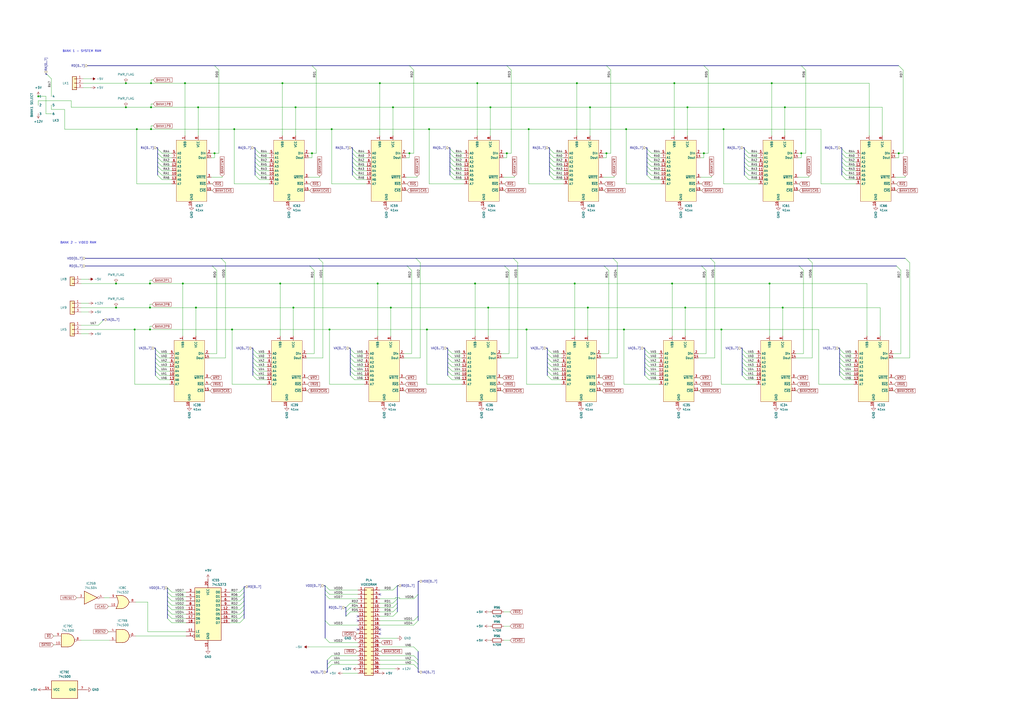
<source format=kicad_sch>
(kicad_sch (version 20230121) (generator eeschema)
  (paper "A2")
  (junction (at 276.86 48.26))
  (junction (at 170.18 178.435))
  (junction (at 389.89 164.465))
  (junction (at 391.16 48.26))
  (junction (at 418.465 191.135))
  (junction (at 237.49 88.9))
  (junction (at 67.31 164.465))
  (junction (at 294.005 88.9))
  (junction (at 306.705 74.93))
  (junction (at 227.965 62.23))
  (junction (at 124.46 88.9))
  (junction (at 163.83 48.26))
  (junction (at 305.435 191.135))
  (junction (at 284.48 62.23))
  (junction (at 87.63 62.23))
  (junction (at 333.375 164.465))
  (junction (at 171.45 62.23))
  (junction (at 247.65 191.135))
  (junction (at 454.025 178.435))
  (junction (at 398.78 62.23))
  (junction (at 447.675 48.26))
  (junction (at 162.56 164.465))
  (junction (at 114.935 62.23))
  (junction (at 455.295 62.23))
  (junction (at 226.695 178.435))
  (junction (at 22.225 55.88))
  (junction (at 397.51 178.435))
  (junction (at 107.315 48.26))
  (junction (at 361.95 191.135))
  (junction (at 73.025 48.26))
  (junction (at 191.135 191.135))
  (junction (at 275.59 164.465))
  (junction (at 86.995 178.435))
  (junction (at 283.21 178.435))
  (junction (at 363.22 74.93))
  (junction (at 79.375 74.93))
  (junction (at 86.995 164.465))
  (junction (at 180.975 88.9))
  (junction (at 464.82 88.9))
  (junction (at 334.645 48.26))
  (junction (at 73.025 62.23))
  (junction (at 220.345 48.26))
  (junction (at 67.31 178.435))
  (junction (at 340.995 178.435))
  (junction (at 521.335 88.9))
  (junction (at 342.265 62.23))
  (junction (at 446.405 164.465))
  (junction (at 351.79 88.9))
  (junction (at 135.89 74.93))
  (junction (at 87.63 48.26))
  (junction (at 192.405 74.93))
  (junction (at 408.305 88.9))
  (junction (at 86.995 191.135))
  (junction (at 219.075 164.465))
  (junction (at 106.045 164.465))
  (junction (at 113.665 178.435))
  (junction (at 78.105 191.135))
  (junction (at 248.92 74.93))
  (junction (at 134.62 191.135))
  (junction (at 87.63 74.93))
  (junction (at 419.735 74.93))
  (no_connect (at 220.345 344.805))
  (no_connect (at 207.645 360.045))
  (no_connect (at 220.345 365.125))
  (no_connect (at 207.645 357.505))
  (no_connect (at 220.345 367.665))
  (no_connect (at 207.645 365.125))
  (bus_entry (at 150.495 99.06) (size -2.54 -2.54))
  (bus_entry (at 320.04 207.645) (size -2.54 -2.54))
  (bus_entry (at 240.03 380.365) (size 2.54 2.54))
  (bus_entry (at 320.04 217.805) (size -2.54 -2.54))
  (bus_entry (at 97.155 356.235) (size 2.54 2.54))
  (bus_entry (at 93.98 99.06) (size -2.54 -2.54))
  (bus_entry (at 433.07 220.345) (size -2.54 -2.54))
  (bus_entry (at 523.875 40.64) (size -2.54 -2.54))
  (bus_entry (at 240.03 40.64) (size -2.54 -2.54))
  (bus_entry (at 377.825 88.9) (size -2.54 -2.54))
  (bus_entry (at 321.31 104.14) (size -2.54 -2.54))
  (bus_entry (at 139.065 358.775) (size 2.54 -2.54))
  (bus_entry (at 227.965 342.265) (size 2.54 -2.54))
  (bus_entry (at 376.555 210.185) (size -2.54 -2.54))
  (bus_entry (at 320.04 215.265) (size -2.54 -2.54))
  (bus_entry (at 414.655 152.4) (size -2.54 -2.54))
  (bus_entry (at 377.825 101.6) (size -2.54 -2.54))
  (bus_entry (at 489.585 215.265) (size -2.54 -2.54))
  (bus_entry (at 300.355 152.4) (size -2.54 -2.54))
  (bus_entry (at 262.255 215.265) (size -2.54 -2.54))
  (bus_entry (at 433.07 215.265) (size -2.54 -2.54))
  (bus_entry (at 92.71 217.805) (size -2.54 -2.54))
  (bus_entry (at 130.81 152.4) (size -2.54 -2.54))
  (bus_entry (at 527.685 152.4) (size -2.54 -2.54))
  (bus_entry (at 320.04 212.725) (size -2.54 -2.54))
  (bus_entry (at 183.515 40.64) (size -2.54 -2.54))
  (bus_entry (at 467.36 40.64) (size -2.54 -2.54))
  (bus_entry (at 238.76 156.845) (size -2.54 -2.54))
  (bus_entry (at 434.34 99.06) (size -2.54 -2.54))
  (bus_entry (at 377.825 91.44) (size -2.54 -2.54))
  (bus_entry (at 57.15 188.595) (size 2.54 -2.54))
  (bus_entry (at 376.555 217.805) (size -2.54 -2.54))
  (bus_entry (at 203.2 349.885) (size -2.54 2.54))
  (bus_entry (at 92.71 210.185) (size -2.54 -2.54))
  (bus_entry (at 29.845 45.72) (size -2.54 -2.54))
  (bus_entry (at 321.31 99.06) (size -2.54 -2.54))
  (bus_entry (at 321.31 96.52) (size -2.54 -2.54))
  (bus_entry (at 139.065 356.235) (size 2.54 -2.54))
  (bus_entry (at 321.31 91.44) (size -2.54 -2.54))
  (bus_entry (at 240.03 360.045) (size 2.54 -2.54))
  (bus_entry (at 150.495 96.52) (size -2.54 -2.54))
  (bus_entry (at 434.34 96.52) (size -2.54 -2.54))
  (bus_entry (at 92.71 205.105) (size -2.54 -2.54))
  (bus_entry (at 149.225 220.345) (size -2.54 -2.54))
  (bus_entry (at 97.155 353.695) (size 2.54 2.54))
  (bus_entry (at 377.825 96.52) (size -2.54 -2.54))
  (bus_entry (at 434.34 93.98) (size -2.54 -2.54))
  (bus_entry (at 358.14 152.4) (size -2.54 -2.54))
  (bus_entry (at 203.2 354.965) (size -2.54 2.54))
  (bus_entry (at 205.74 212.725) (size -2.54 -2.54))
  (bus_entry (at 207.01 93.98) (size -2.54 -2.54))
  (bus_entry (at 92.71 220.345) (size -2.54 -2.54))
  (bus_entry (at 296.545 40.64) (size -2.54 -2.54))
  (bus_entry (at 127 40.64) (size -2.54 -2.54))
  (bus_entry (at 207.01 88.9) (size -2.54 -2.54))
  (bus_entry (at 262.255 220.345) (size -2.54 -2.54))
  (bus_entry (at 149.225 212.725) (size -2.54 -2.54))
  (bus_entry (at 295.275 156.845) (size -2.54 -2.54))
  (bus_entry (at 240.03 347.345) (size 2.54 -2.54))
  (bus_entry (at 262.255 212.725) (size -2.54 -2.54))
  (bus_entry (at 188.595 360.045) (size 2.54 2.54))
  (bus_entry (at 207.01 99.06) (size -2.54 -2.54))
  (bus_entry (at 227.965 349.885) (size 2.54 -2.54))
  (bus_entry (at 320.04 205.105) (size -2.54 -2.54))
  (bus_entry (at 205.74 207.645) (size -2.54 -2.54))
  (bus_entry (at 262.255 207.645) (size -2.54 -2.54))
  (bus_entry (at 489.585 212.725) (size -2.54 -2.54))
  (bus_entry (at 433.07 212.725) (size -2.54 -2.54))
  (bus_entry (at 188.595 339.725) (size 2.54 2.54))
  (bus_entry (at 433.07 210.185) (size -2.54 -2.54))
  (bus_entry (at 262.255 217.805) (size -2.54 -2.54))
  (bus_entry (at 240.03 382.905) (size 2.54 2.54))
  (bus_entry (at 149.225 215.265) (size -2.54 -2.54))
  (bus_entry (at 263.525 99.06) (size -2.54 -2.54))
  (bus_entry (at 320.04 220.345) (size -2.54 -2.54))
  (bus_entry (at 188.595 344.805) (size 2.54 2.54))
  (bus_entry (at 97.155 346.075) (size 2.54 2.54))
  (bus_entry (at 125.73 156.845) (size -2.54 -2.54))
  (bus_entry (at 205.74 217.805) (size -2.54 -2.54))
  (bus_entry (at 150.495 91.44) (size -2.54 -2.54))
  (bus_entry (at 150.495 93.98) (size -2.54 -2.54))
  (bus_entry (at 97.155 348.615) (size 2.54 2.54))
  (bus_entry (at 139.065 346.075) (size 2.54 -2.54))
  (bus_entry (at 433.07 205.105) (size -2.54 -2.54))
  (bus_entry (at 207.01 96.52) (size -2.54 -2.54))
  (bus_entry (at 490.855 104.14) (size -2.54 -2.54))
  (bus_entry (at 321.31 93.98) (size -2.54 -2.54))
  (bus_entry (at 93.98 96.52) (size -2.54 -2.54))
  (bus_entry (at 263.525 96.52) (size -2.54 -2.54))
  (bus_entry (at 92.71 215.265) (size -2.54 -2.54))
  (bus_entry (at 433.07 217.805) (size -2.54 -2.54))
  (bus_entry (at 139.065 351.155) (size 2.54 -2.54))
  (bus_entry (at 489.585 207.645) (size -2.54 -2.54))
  (bus_entry (at 93.98 93.98) (size -2.54 -2.54))
  (bus_entry (at 207.01 104.14) (size -2.54 -2.54))
  (bus_entry (at 490.855 101.6) (size -2.54 -2.54))
  (bus_entry (at 192.405 380.365) (size -2.54 2.54))
  (bus_entry (at 139.065 361.315) (size 2.54 -2.54))
  (bus_entry (at 203.2 352.425) (size -2.54 2.54))
  (bus_entry (at 376.555 215.265) (size -2.54 -2.54))
  (bus_entry (at 353.06 156.845) (size -2.54 -2.54))
  (bus_entry (at 466.09 156.845) (size -2.54 -2.54))
  (bus_entry (at 321.31 101.6) (size -2.54 -2.54))
  (bus_entry (at 377.825 93.98) (size -2.54 -2.54))
  (bus_entry (at 354.33 40.64) (size -2.54 -2.54))
  (bus_entry (at 192.405 382.905) (size -2.54 2.54))
  (bus_entry (at 489.585 220.345) (size -2.54 -2.54))
  (bus_entry (at 263.525 88.9) (size -2.54 -2.54))
  (bus_entry (at 93.98 101.6) (size -2.54 -2.54))
  (bus_entry (at 434.34 101.6) (size -2.54 -2.54))
  (bus_entry (at 150.495 101.6) (size -2.54 -2.54))
  (bus_entry (at 149.225 217.805) (size -2.54 -2.54))
  (bus_entry (at 205.74 205.105) (size -2.54 -2.54))
  (bus_entry (at 207.01 91.44) (size -2.54 -2.54))
  (bus_entry (at 227.965 352.425) (size 2.54 -2.54))
  (bus_entry (at 139.065 343.535) (size 2.54 -2.54))
  (bus_entry (at 490.855 99.06) (size -2.54 -2.54))
  (bus_entry (at 150.495 104.14) (size -2.54 -2.54))
  (bus_entry (at 263.525 104.14) (size -2.54 -2.54))
  (bus_entry (at 205.74 220.345) (size -2.54 -2.54))
  (bus_entry (at 182.245 156.845) (size -2.54 -2.54))
  (bus_entry (at 489.585 210.185) (size -2.54 -2.54))
  (bus_entry (at 263.525 91.44) (size -2.54 -2.54))
  (bus_entry (at 97.155 351.155) (size 2.54 2.54))
  (bus_entry (at 150.495 88.9) (size -2.54 -2.54))
  (bus_entry (at 376.555 220.345) (size -2.54 -2.54))
  (bus_entry (at 139.065 353.695) (size 2.54 -2.54))
  (bus_entry (at 490.855 96.52) (size -2.54 -2.54))
  (bus_entry (at 377.825 104.14) (size -2.54 -2.54))
  (bus_entry (at 490.855 91.44) (size -2.54 -2.54))
  (bus_entry (at 92.71 207.645) (size -2.54 -2.54))
  (bus_entry (at 377.825 99.06) (size -2.54 -2.54))
  (bus_entry (at 240.03 375.285) (size 2.54 2.54))
  (bus_entry (at 93.98 88.9) (size -2.54 -2.54))
  (bus_entry (at 139.065 348.615) (size 2.54 -2.54))
  (bus_entry (at 227.965 354.965) (size 2.54 -2.54))
  (bus_entry (at 192.405 385.445) (size -2.54 2.54))
  (bus_entry (at 205.74 215.265) (size -2.54 -2.54))
  (bus_entry (at 490.855 93.98) (size -2.54 -2.54))
  (bus_entry (at 243.84 152.4) (size -2.54 -2.54))
  (bus_entry (at 434.34 91.44) (size -2.54 -2.54))
  (bus_entry (at 227.965 357.505) (size 2.54 -2.54))
  (bus_entry (at 240.03 385.445) (size 2.54 2.54))
  (bus_entry (at 93.98 91.44) (size -2.54 -2.54))
  (bus_entry (at 207.01 101.6) (size -2.54 -2.54))
  (bus_entry (at 188.595 342.265) (size 2.54 2.54))
  (bus_entry (at 410.845 40.64) (size -2.54 -2.54))
  (bus_entry (at 149.225 205.105) (size -2.54 -2.54))
  (bus_entry (at 321.31 88.9) (size -2.54 -2.54))
  (bus_entry (at 522.605 156.845) (size -2.54 -2.54))
  (bus_entry (at 376.555 207.645) (size -2.54 -2.54))
  (bus_entry (at 92.71 212.725) (size -2.54 -2.54))
  (bus_entry (at 262.255 205.105) (size -2.54 -2.54))
  (bus_entry (at 263.525 93.98) (size -2.54 -2.54))
  (bus_entry (at 434.34 88.9) (size -2.54 -2.54))
  (bus_entry (at 489.585 217.805) (size -2.54 -2.54))
  (bus_entry (at 187.325 152.4) (size -2.54 -2.54))
  (bus_entry (at 262.255 210.185) (size -2.54 -2.54))
  (bus_entry (at 149.225 207.645) (size -2.54 -2.54))
  (bus_entry (at 205.74 210.185) (size -2.54 -2.54))
  (bus_entry (at 320.04 210.185) (size -2.54 -2.54))
  (bus_entry (at 376.555 212.725) (size -2.54 -2.54))
  (bus_entry (at 97.155 340.995) (size 2.54 2.54))
  (bus_entry (at 240.03 362.585) (size 2.54 -2.54))
  (bus_entry (at 489.585 205.105) (size -2.54 -2.54))
  (bus_entry (at 471.17 152.4) (size -2.54 -2.54))
  (bus_entry (at 97.155 343.535) (size 2.54 2.54))
  (bus_entry (at 263.525 101.6) (size -2.54 -2.54))
  (bus_entry (at 188.595 370.205) (size 2.54 2.54))
  (bus_entry (at 93.98 104.14) (size -2.54 -2.54))
  (bus_entry (at 409.575 156.845) (size -2.54 -2.54))
  (bus_entry (at 376.555 205.105) (size -2.54 -2.54))
  (bus_entry (at 490.855 88.9) (size -2.54 -2.54))
  (bus_entry (at 149.225 210.185) (size -2.54 -2.54))
  (bus_entry (at 433.07 207.645) (size -2.54 -2.54))
  (bus_entry (at 434.34 104.14) (size -2.54 -2.54))
  (bus_entry (at 97.155 358.775) (size 2.54 2.54))
  (wire (pts (xy 98.425 215.265) (xy 92.71 215.265)))
  (wire (pts (xy 383.54 91.44) (xy 377.825 91.44)))
  (bus (pts (xy 97.155 346.075) (xy 97.155 343.535)))
  (wire (pts (xy 358.14 207.645) (xy 358.14 152.4)))
  (bus (pts (xy 188.595 344.805) (xy 188.595 360.045)))
  (wire (pts (xy 22.225 58.42) (xy 22.225 60.96)))
  (wire (pts (xy 41.275 58.42) (xy 22.225 58.42)))
  (wire (pts (xy 86.995 162.56) (xy 86.995 164.465)))
  (wire (pts (xy 305.435 191.135) (xy 305.435 222.885)))
  (wire (pts (xy 238.76 156.845) (xy 238.76 205.105)))
  (wire (pts (xy 133.35 353.695) (xy 139.065 353.695)))
  (bus (pts (xy 374.015 215.265) (xy 374.015 217.805)))
  (wire (pts (xy 212.725 104.14) (xy 207.01 104.14)))
  (wire (pts (xy 284.48 62.23) (xy 342.265 62.23)))
  (wire (pts (xy 98.425 207.645) (xy 92.71 207.645)))
  (wire (pts (xy 275.59 164.465) (xy 333.375 164.465)))
  (bus (pts (xy 259.715 210.185) (xy 259.715 212.725)))
  (wire (pts (xy 179.705 106.68) (xy 179.07 106.68)))
  (bus (pts (xy 431.8 96.52) (xy 431.8 99.06)))
  (wire (pts (xy 349.885 88.9) (xy 351.79 88.9)))
  (wire (pts (xy 106.045 164.465) (xy 162.56 164.465)))
  (wire (pts (xy 398.78 62.23) (xy 398.78 78.74)))
  (wire (pts (xy 496.57 99.06) (xy 490.855 99.06)))
  (bus (pts (xy 147.955 88.9) (xy 147.955 91.44)))
  (wire (pts (xy 397.51 178.435) (xy 454.025 178.435)))
  (wire (pts (xy 212.725 91.44) (xy 207.01 91.44)))
  (wire (pts (xy 398.78 62.23) (xy 455.295 62.23)))
  (wire (pts (xy 178.435 222.885) (xy 177.8 222.885)))
  (wire (pts (xy 156.21 93.98) (xy 150.495 93.98)))
  (wire (pts (xy 391.16 48.26) (xy 447.675 48.26)))
  (wire (pts (xy 292.735 106.68) (xy 292.1 106.68)))
  (wire (pts (xy 48.26 48.26) (xy 73.025 48.26)))
  (wire (pts (xy 114.935 62.23) (xy 114.935 78.74)))
  (wire (pts (xy 179.07 375.285) (xy 207.645 375.285)))
  (bus (pts (xy 242.57 344.805) (xy 242.57 357.505)))
  (wire (pts (xy 292.1 363.22) (xy 295.91 363.22)))
  (bus (pts (xy 141.605 340.36) (xy 141.605 340.995)))
  (wire (pts (xy 382.27 205.105) (xy 376.555 205.105)))
  (bus (pts (xy 375.285 88.9) (xy 375.285 91.44)))
  (bus (pts (xy 203.2 212.725) (xy 203.2 215.265)))
  (wire (pts (xy 383.54 104.14) (xy 377.825 104.14)))
  (bus (pts (xy 200.66 354.965) (xy 200.66 352.425)))
  (wire (pts (xy 88.265 189.23) (xy 86.995 189.23)))
  (bus (pts (xy 318.77 99.06) (xy 318.77 101.6)))
  (wire (pts (xy 171.45 62.23) (xy 227.965 62.23)))
  (wire (pts (xy 191.135 344.805) (xy 207.645 344.805)))
  (wire (pts (xy 440.055 88.9) (xy 434.34 88.9)))
  (wire (pts (xy 496.57 106.68) (xy 476.25 106.68)))
  (bus (pts (xy 204.47 96.52) (xy 204.47 99.06)))
  (bus (pts (xy 141.605 340.995) (xy 141.605 343.535)))
  (bus (pts (xy 431.8 86.36) (xy 431.8 88.9)))
  (bus (pts (xy 128.27 149.86) (xy 184.785 149.86)))
  (wire (pts (xy 231.775 347.345) (xy 231.775 346.71)))
  (wire (pts (xy 135.89 74.93) (xy 192.405 74.93)))
  (wire (pts (xy 99.695 104.14) (xy 93.98 104.14)))
  (wire (pts (xy 178.435 219.075) (xy 177.8 219.075)))
  (wire (pts (xy 267.97 212.725) (xy 262.255 212.725)))
  (wire (pts (xy 454.025 178.435) (xy 454.025 194.945)))
  (wire (pts (xy 412.75 102.87) (xy 412.75 102.235)))
  (bus (pts (xy 374.015 207.645) (xy 374.015 210.185)))
  (wire (pts (xy 327.025 91.44) (xy 321.31 91.44)))
  (bus (pts (xy 488.315 88.9) (xy 488.315 91.44)))
  (bus (pts (xy 350.52 154.305) (xy 407.035 154.305)))
  (bus (pts (xy 260.985 86.36) (xy 260.985 88.9)))
  (wire (pts (xy 231.775 346.71) (xy 229.235 346.71)))
  (wire (pts (xy 438.785 215.265) (xy 433.07 215.265)))
  (bus (pts (xy 204.47 93.98) (xy 204.47 96.52)))
  (bus (pts (xy 188.595 342.265) (xy 188.595 344.805)))
  (bus (pts (xy 90.17 215.265) (xy 90.17 217.805)))
  (wire (pts (xy 128.905 102.87) (xy 128.905 102.235)))
  (wire (pts (xy 455.295 62.23) (xy 511.81 62.23)))
  (wire (pts (xy 63.5 371.475) (xy 46.99 371.475)))
  (wire (pts (xy 496.57 104.14) (xy 490.855 104.14)))
  (wire (pts (xy 60.325 346.71) (xy 63.5 346.71)))
  (bus (pts (xy 202.565 201.93) (xy 203.2 201.93)))
  (wire (pts (xy 383.54 101.6) (xy 377.825 101.6)))
  (wire (pts (xy 363.22 74.93) (xy 363.22 106.68)))
  (wire (pts (xy 247.65 191.135) (xy 247.65 222.885)))
  (wire (pts (xy 383.54 96.52) (xy 377.825 96.52)))
  (wire (pts (xy 327.025 101.6) (xy 321.31 101.6)))
  (wire (pts (xy 464.82 88.9) (xy 467.36 88.9)))
  (wire (pts (xy 334.645 48.26) (xy 391.16 48.26)))
  (wire (pts (xy 67.31 164.465) (xy 86.995 164.465)))
  (wire (pts (xy 107.95 351.155) (xy 99.695 351.155)))
  (wire (pts (xy 496.57 96.52) (xy 490.855 96.52)))
  (wire (pts (xy 294.005 88.9) (xy 296.545 88.9)))
  (wire (pts (xy 521.335 91.44) (xy 521.335 88.9)))
  (wire (pts (xy 220.345 347.345) (xy 229.235 347.345)))
  (wire (pts (xy 269.24 91.44) (xy 263.525 91.44)))
  (wire (pts (xy 438.785 212.725) (xy 433.07 212.725)))
  (bus (pts (xy 294.005 38.1) (xy 351.79 38.1)))
  (bus (pts (xy 259.715 212.725) (xy 259.715 215.265)))
  (wire (pts (xy 98.425 222.885) (xy 78.105 222.885)))
  (wire (pts (xy 327.025 93.98) (xy 321.31 93.98)))
  (wire (pts (xy 446.405 164.465) (xy 446.405 194.945)))
  (wire (pts (xy 180.975 91.44) (xy 180.975 88.9)))
  (bus (pts (xy 374.015 212.725) (xy 374.015 215.265)))
  (wire (pts (xy 247.65 191.135) (xy 305.435 191.135)))
  (wire (pts (xy 236.22 110.49) (xy 235.585 110.49)))
  (wire (pts (xy 220.345 362.585) (xy 240.03 362.585)))
  (wire (pts (xy 476.25 74.93) (xy 476.25 106.68)))
  (bus (pts (xy 146.685 205.105) (xy 146.685 207.645)))
  (wire (pts (xy 462.915 88.9) (xy 464.82 88.9)))
  (wire (pts (xy 464.82 91.44) (xy 464.82 88.9)))
  (bus (pts (xy 236.22 154.305) (xy 292.735 154.305)))
  (wire (pts (xy 122.555 88.9) (xy 124.46 88.9)))
  (wire (pts (xy 73.025 62.23) (xy 87.63 62.23)))
  (wire (pts (xy 107.95 343.535) (xy 99.695 343.535)))
  (bus (pts (xy 97.155 356.235) (xy 97.155 353.695)))
  (wire (pts (xy 276.86 48.26) (xy 334.645 48.26)))
  (wire (pts (xy 78.105 191.135) (xy 86.995 191.135)))
  (wire (pts (xy 185.42 102.87) (xy 185.42 102.235)))
  (wire (pts (xy 440.055 101.6) (xy 434.34 101.6)))
  (wire (pts (xy 133.35 358.775) (xy 139.065 358.775)))
  (wire (pts (xy 408.305 88.9) (xy 410.845 88.9)))
  (wire (pts (xy 107.95 358.775) (xy 99.695 358.775)))
  (wire (pts (xy 99.695 96.52) (xy 93.98 96.52)))
  (wire (pts (xy 88.265 162.56) (xy 86.995 162.56)))
  (bus (pts (xy 91.44 93.98) (xy 91.44 96.52)))
  (wire (pts (xy 170.18 178.435) (xy 170.18 194.945)))
  (wire (pts (xy 99.695 93.98) (xy 93.98 93.98)))
  (wire (pts (xy 269.24 104.14) (xy 263.525 104.14)))
  (wire (pts (xy 170.18 178.435) (xy 226.695 178.435)))
  (bus (pts (xy 147.32 85.725) (xy 147.955 85.725)))
  (wire (pts (xy 87.63 62.23) (xy 114.935 62.23)))
  (bus (pts (xy 488.315 93.98) (xy 488.315 96.52)))
  (wire (pts (xy 154.94 215.265) (xy 149.225 215.265)))
  (bus (pts (xy 241.3 149.86) (xy 297.815 149.86)))
  (wire (pts (xy 405.13 207.645) (xy 414.655 207.645)))
  (wire (pts (xy 440.055 104.14) (xy 434.34 104.14)))
  (bus (pts (xy 259.715 201.93) (xy 259.715 202.565)))
  (bus (pts (xy 355.6 149.86) (xy 412.115 149.86)))
  (wire (pts (xy 236.22 106.68) (xy 235.585 106.68)))
  (wire (pts (xy 440.055 99.06) (xy 434.34 99.06)))
  (wire (pts (xy 525.145 102.87) (xy 525.145 102.235)))
  (wire (pts (xy 382.27 222.885) (xy 361.95 222.885)))
  (bus (pts (xy 259.715 207.645) (xy 259.715 210.185)))
  (wire (pts (xy 235.585 102.87) (xy 241.935 102.87)))
  (wire (pts (xy 295.275 156.845) (xy 295.275 205.105)))
  (wire (pts (xy 269.24 101.6) (xy 263.525 101.6)))
  (wire (pts (xy 207.01 377.825) (xy 207.645 377.825)))
  (wire (pts (xy 325.755 215.265) (xy 320.04 215.265)))
  (wire (pts (xy 495.3 217.805) (xy 489.585 217.805)))
  (bus (pts (xy 147.955 96.52) (xy 147.955 99.06)))
  (wire (pts (xy 447.675 48.26) (xy 504.19 48.26)))
  (wire (pts (xy 133.35 361.315) (xy 139.065 361.315)))
  (bus (pts (xy 97.155 358.775) (xy 97.155 356.235)))
  (wire (pts (xy 191.135 191.135) (xy 191.135 222.885)))
  (wire (pts (xy 418.465 191.135) (xy 418.465 222.885)))
  (bus (pts (xy 430.53 215.265) (xy 430.53 217.805)))
  (wire (pts (xy 327.025 96.52) (xy 321.31 96.52)))
  (bus (pts (xy 430.53 205.105) (xy 430.53 207.645)))
  (wire (pts (xy 240.03 40.64) (xy 240.03 88.9)))
  (wire (pts (xy 46.99 180.975) (xy 51.435 180.975)))
  (wire (pts (xy 406.4 102.87) (xy 412.75 102.87)))
  (wire (pts (xy 391.16 48.26) (xy 391.16 78.74)))
  (bus (pts (xy 242.57 337.185) (xy 242.57 344.805)))
  (bus (pts (xy 431.8 99.06) (xy 431.8 101.6)))
  (bus (pts (xy 147.955 85.725) (xy 147.955 86.36)))
  (wire (pts (xy 125.73 156.845) (xy 125.73 205.105)))
  (wire (pts (xy 107.95 361.315) (xy 99.695 361.315)))
  (wire (pts (xy 231.775 347.345) (xy 240.03 347.345)))
  (wire (pts (xy 325.755 222.885) (xy 305.435 222.885)))
  (wire (pts (xy 31.115 368.935) (xy 31.75 368.935)))
  (bus (pts (xy 91.44 85.725) (xy 91.44 86.36)))
  (bus (pts (xy 464.82 38.1) (xy 521.335 38.1)))
  (wire (pts (xy 521.335 88.9) (xy 523.875 88.9)))
  (wire (pts (xy 405.13 205.105) (xy 409.575 205.105)))
  (wire (pts (xy 463.55 106.68) (xy 462.915 106.68)))
  (bus (pts (xy 49.53 149.86) (xy 128.27 149.86)))
  (wire (pts (xy 122.555 91.44) (xy 124.46 91.44)))
  (wire (pts (xy 46.99 164.465) (xy 67.31 164.465)))
  (wire (pts (xy 114.935 62.23) (xy 171.45 62.23)))
  (bus (pts (xy 375.285 99.06) (xy 375.285 101.6)))
  (wire (pts (xy 156.21 101.6) (xy 150.495 101.6)))
  (bus (pts (xy 487.045 202.565) (xy 487.045 205.105)))
  (wire (pts (xy 419.735 74.93) (xy 476.25 74.93)))
  (wire (pts (xy 267.97 215.265) (xy 262.255 215.265)))
  (bus (pts (xy 243.205 389.89) (xy 242.57 389.89)))
  (wire (pts (xy 212.725 101.6) (xy 207.01 101.6)))
  (wire (pts (xy 349.25 222.885) (xy 348.615 222.885)))
  (wire (pts (xy 156.21 91.44) (xy 150.495 91.44)))
  (bus (pts (xy 90.17 205.105) (xy 90.17 207.645)))
  (wire (pts (xy 220.345 380.365) (xy 240.03 380.365)))
  (wire (pts (xy 88.265 176.53) (xy 86.995 176.53)))
  (bus (pts (xy 488.315 86.36) (xy 488.315 88.9)))
  (wire (pts (xy 269.24 88.9) (xy 263.525 88.9)))
  (wire (pts (xy 98.425 212.725) (xy 92.71 212.725)))
  (bus (pts (xy 123.19 154.305) (xy 179.705 154.305)))
  (bus (pts (xy 230.505 349.885) (xy 230.505 352.425)))
  (wire (pts (xy 350.52 110.49) (xy 349.885 110.49)))
  (wire (pts (xy 496.57 101.6) (xy 490.855 101.6)))
  (wire (pts (xy 220.345 342.265) (xy 227.965 342.265)))
  (wire (pts (xy 389.89 164.465) (xy 389.89 194.945)))
  (bus (pts (xy 49.53 154.305) (xy 123.19 154.305)))
  (bus (pts (xy 189.865 389.89) (xy 189.865 387.985)))
  (wire (pts (xy 46.99 178.435) (xy 67.31 178.435)))
  (wire (pts (xy 353.06 156.845) (xy 353.06 205.105)))
  (bus (pts (xy 180.975 38.1) (xy 237.49 38.1)))
  (wire (pts (xy 248.92 74.93) (xy 306.705 74.93)))
  (wire (pts (xy 187.325 207.645) (xy 187.325 152.4)))
  (wire (pts (xy 511.81 62.23) (xy 511.81 78.74)))
  (wire (pts (xy 191.135 347.345) (xy 207.645 347.345)))
  (wire (pts (xy 88.9 60.325) (xy 87.63 60.325)))
  (bus (pts (xy 431.8 88.9) (xy 431.8 91.44)))
  (wire (pts (xy 407.035 110.49) (xy 406.4 110.49)))
  (bus (pts (xy 141.605 348.615) (xy 141.605 351.155)))
  (wire (pts (xy 203.2 352.425) (xy 207.645 352.425)))
  (wire (pts (xy 383.54 99.06) (xy 377.825 99.06)))
  (wire (pts (xy 440.055 106.68) (xy 419.735 106.68)))
  (wire (pts (xy 284.48 62.23) (xy 284.48 78.74)))
  (wire (pts (xy 454.025 178.435) (xy 510.54 178.435)))
  (wire (pts (xy 98.425 217.805) (xy 92.71 217.805)))
  (wire (pts (xy 192.405 382.905) (xy 207.645 382.905)))
  (wire (pts (xy 26.67 66.04) (xy 26.67 55.88)))
  (bus (pts (xy 430.53 202.565) (xy 430.53 205.105)))
  (wire (pts (xy 220.345 382.905) (xy 240.03 382.905)))
  (bus (pts (xy 297.815 149.86) (xy 355.6 149.86)))
  (bus (pts (xy 488.315 91.44) (xy 488.315 93.98)))
  (bus (pts (xy 204.47 91.44) (xy 204.47 93.98)))
  (wire (pts (xy 234.95 219.075) (xy 234.315 219.075)))
  (wire (pts (xy 163.83 48.26) (xy 220.345 48.26)))
  (wire (pts (xy 212.725 88.9) (xy 207.01 88.9)))
  (wire (pts (xy 107.95 346.075) (xy 99.695 346.075)))
  (wire (pts (xy 418.465 191.135) (xy 474.98 191.135)))
  (wire (pts (xy 211.455 210.185) (xy 205.74 210.185)))
  (wire (pts (xy 130.81 207.645) (xy 130.81 152.4)))
  (wire (pts (xy 291.465 219.075) (xy 290.83 219.075)))
  (wire (pts (xy 382.27 215.265) (xy 376.555 215.265)))
  (wire (pts (xy 177.8 207.645) (xy 187.325 207.645)))
  (bus (pts (xy 230.505 339.725) (xy 230.505 347.345)))
  (bus (pts (xy 97.155 348.615) (xy 97.155 346.075)))
  (bus (pts (xy 90.17 207.645) (xy 90.17 210.185)))
  (bus (pts (xy 200.025 352.425) (xy 200.66 352.425)))
  (wire (pts (xy 267.97 217.805) (xy 262.255 217.805)))
  (wire (pts (xy 351.79 88.9) (xy 354.33 88.9)))
  (wire (pts (xy 85.725 349.25) (xy 85.725 366.395)))
  (bus (pts (xy 374.015 202.565) (xy 374.015 205.105)))
  (wire (pts (xy 306.705 74.93) (xy 306.705 106.68)))
  (wire (pts (xy 178.435 226.695) (xy 177.8 226.695)))
  (bus (pts (xy 230.505 352.425) (xy 230.505 354.965)))
  (wire (pts (xy 86.995 178.435) (xy 113.665 178.435)))
  (wire (pts (xy 163.83 48.26) (xy 163.83 78.74)))
  (wire (pts (xy 325.755 205.105) (xy 320.04 205.105)))
  (wire (pts (xy 87.63 48.26) (xy 107.315 48.26)))
  (bus (pts (xy 89.535 201.93) (xy 90.17 201.93)))
  (wire (pts (xy 212.725 99.06) (xy 207.01 99.06)))
  (wire (pts (xy 207.01 367.665) (xy 207.645 367.665)))
  (wire (pts (xy 292.1 88.9) (xy 294.005 88.9)))
  (wire (pts (xy 440.055 91.44) (xy 434.34 91.44)))
  (wire (pts (xy 220.345 354.965) (xy 227.965 354.965)))
  (wire (pts (xy 226.695 178.435) (xy 226.695 194.945)))
  (wire (pts (xy 495.3 207.645) (xy 489.585 207.645)))
  (wire (pts (xy 212.725 96.52) (xy 207.01 96.52)))
  (wire (pts (xy 99.695 88.9) (xy 93.98 88.9)))
  (wire (pts (xy 234.315 207.645) (xy 243.84 207.645)))
  (wire (pts (xy 520.065 110.49) (xy 519.43 110.49)))
  (bus (pts (xy 318.77 85.725) (xy 318.77 86.36)))
  (wire (pts (xy 306.705 74.93) (xy 363.22 74.93)))
  (wire (pts (xy 154.94 222.885) (xy 134.62 222.885)))
  (wire (pts (xy 243.84 207.645) (xy 243.84 152.4)))
  (bus (pts (xy 142.24 340.36) (xy 141.605 340.36)))
  (wire (pts (xy 211.455 222.885) (xy 191.135 222.885)))
  (bus (pts (xy 374.015 205.105) (xy 374.015 207.645)))
  (bus (pts (xy 375.285 85.725) (xy 375.285 86.36)))
  (bus (pts (xy 317.5 215.265) (xy 317.5 217.805)))
  (bus (pts (xy 146.05 201.93) (xy 146.685 201.93)))
  (bus (pts (xy 317.5 210.185) (xy 317.5 212.725)))
  (wire (pts (xy 495.3 210.185) (xy 489.585 210.185)))
  (wire (pts (xy 283.845 363.22) (xy 284.48 363.22)))
  (wire (pts (xy 192.405 380.365) (xy 207.645 380.365)))
  (wire (pts (xy 220.345 385.445) (xy 240.03 385.445)))
  (bus (pts (xy 488.315 99.06) (xy 488.315 101.6)))
  (bus (pts (xy 189.865 387.985) (xy 189.865 385.445)))
  (wire (pts (xy 350.52 106.68) (xy 349.885 106.68)))
  (wire (pts (xy 283.845 354.965) (xy 284.48 354.965)))
  (wire (pts (xy 121.285 205.105) (xy 125.73 205.105)))
  (bus (pts (xy 141.605 356.235) (xy 141.605 358.775)))
  (wire (pts (xy 133.35 346.075) (xy 139.065 346.075)))
  (wire (pts (xy 156.21 104.14) (xy 150.495 104.14)))
  (wire (pts (xy 518.16 207.645) (xy 527.685 207.645)))
  (wire (pts (xy 234.315 205.105) (xy 238.76 205.105)))
  (wire (pts (xy 99.695 91.44) (xy 93.98 91.44)))
  (wire (pts (xy 156.21 88.9) (xy 150.495 88.9)))
  (wire (pts (xy 446.405 164.465) (xy 502.92 164.465)))
  (bus (pts (xy 375.285 86.36) (xy 375.285 88.9)))
  (wire (pts (xy 269.24 99.06) (xy 263.525 99.06)))
  (wire (pts (xy 48.26 50.8) (xy 52.705 50.8)))
  (wire (pts (xy 211.455 215.265) (xy 205.74 215.265)))
  (wire (pts (xy 212.725 106.68) (xy 192.405 106.68)))
  (wire (pts (xy 107.95 356.235) (xy 99.695 356.235)))
  (wire (pts (xy 340.995 178.435) (xy 397.51 178.435)))
  (wire (pts (xy 227.965 62.23) (xy 227.965 78.74)))
  (bus (pts (xy 147.955 91.44) (xy 147.955 93.98)))
  (wire (pts (xy 62.865 366.395) (xy 63.5 366.395)))
  (wire (pts (xy 26.67 55.88) (xy 22.225 55.88)))
  (wire (pts (xy 275.59 164.465) (xy 275.59 194.945)))
  (wire (pts (xy 405.765 226.695) (xy 405.13 226.695)))
  (bus (pts (xy 59.69 185.42) (xy 59.69 186.055)))
  (wire (pts (xy 37.465 74.93) (xy 79.375 74.93)))
  (bus (pts (xy 188.595 360.045) (xy 188.595 370.205)))
  (wire (pts (xy 382.27 217.805) (xy 376.555 217.805)))
  (wire (pts (xy 99.695 106.68) (xy 79.375 106.68)))
  (wire (pts (xy 325.755 217.805) (xy 320.04 217.805)))
  (bus (pts (xy 188.595 339.725) (xy 188.595 342.265)))
  (wire (pts (xy 123.19 106.68) (xy 122.555 106.68)))
  (wire (pts (xy 292.1 102.87) (xy 298.45 102.87)))
  (wire (pts (xy 333.375 164.465) (xy 389.89 164.465)))
  (wire (pts (xy 471.17 152.4) (xy 471.17 207.645)))
  (bus (pts (xy 184.785 149.86) (xy 241.3 149.86)))
  (wire (pts (xy 154.94 217.805) (xy 149.225 217.805)))
  (wire (pts (xy 327.025 104.14) (xy 321.31 104.14)))
  (wire (pts (xy 220.345 48.26) (xy 220.345 78.74)))
  (bus (pts (xy 189.23 389.89) (xy 189.865 389.89)))
  (wire (pts (xy 292.1 371.475) (xy 295.91 371.475)))
  (wire (pts (xy 99.695 101.6) (xy 93.98 101.6)))
  (wire (pts (xy 462.28 222.885) (xy 461.645 222.885)))
  (wire (pts (xy 354.33 40.64) (xy 354.33 88.9)))
  (wire (pts (xy 237.49 88.9) (xy 240.03 88.9)))
  (wire (pts (xy 123.19 110.49) (xy 122.555 110.49)))
  (bus (pts (xy 259.715 215.265) (xy 259.715 217.805)))
  (bus (pts (xy 487.045 205.105) (xy 487.045 207.645)))
  (bus (pts (xy 374.015 210.185) (xy 374.015 212.725)))
  (wire (pts (xy 340.995 178.435) (xy 340.995 194.945)))
  (wire (pts (xy 37.465 63.5) (xy 29.845 63.5)))
  (wire (pts (xy 234.95 226.695) (xy 234.315 226.695)))
  (wire (pts (xy 438.785 217.805) (xy 433.07 217.805)))
  (wire (pts (xy 220.345 48.26) (xy 276.86 48.26)))
  (bus (pts (xy 204.47 88.9) (xy 204.47 91.44)))
  (wire (pts (xy 113.665 178.435) (xy 113.665 194.945)))
  (wire (pts (xy 180.975 88.9) (xy 183.515 88.9)))
  (wire (pts (xy 29.845 55.88) (xy 29.845 45.72)))
  (bus (pts (xy 317.5 205.105) (xy 317.5 207.645)))
  (wire (pts (xy 495.3 205.105) (xy 489.585 205.105)))
  (wire (pts (xy 191.135 342.265) (xy 207.645 342.265)))
  (bus (pts (xy 408.305 38.1) (xy 464.82 38.1)))
  (wire (pts (xy 410.845 40.64) (xy 410.845 88.9)))
  (bus (pts (xy 317.5 201.93) (xy 317.5 202.565)))
  (wire (pts (xy 107.95 353.695) (xy 99.695 353.695)))
  (bus (pts (xy 141.605 346.075) (xy 141.605 348.615)))
  (bus (pts (xy 375.285 91.44) (xy 375.285 93.98)))
  (wire (pts (xy 177.8 205.105) (xy 182.245 205.105)))
  (wire (pts (xy 29.845 63.5) (xy 29.845 60.96)))
  (wire (pts (xy 298.45 102.87) (xy 298.45 102.235)))
  (bus (pts (xy 318.77 93.98) (xy 318.77 96.52)))
  (bus (pts (xy 430.53 207.645) (xy 430.53 210.185)))
  (bus (pts (xy 487.68 85.725) (xy 488.315 85.725)))
  (bus (pts (xy 487.045 212.725) (xy 487.045 215.265)))
  (bus (pts (xy 318.77 86.36) (xy 318.77 88.9)))
  (bus (pts (xy 146.685 207.645) (xy 146.685 210.185)))
  (wire (pts (xy 361.95 191.135) (xy 361.95 222.885)))
  (bus (pts (xy 373.38 201.93) (xy 374.015 201.93)))
  (bus (pts (xy 430.53 212.725) (xy 430.53 215.265)))
  (wire (pts (xy 267.97 207.645) (xy 262.255 207.645)))
  (wire (pts (xy 219.075 164.465) (xy 219.075 194.945)))
  (bus (pts (xy 90.805 85.725) (xy 91.44 85.725)))
  (wire (pts (xy 192.405 385.445) (xy 207.645 385.445)))
  (wire (pts (xy 382.27 210.185) (xy 376.555 210.185)))
  (wire (pts (xy 276.86 48.26) (xy 276.86 78.74)))
  (bus (pts (xy 91.44 88.9) (xy 91.44 91.44)))
  (wire (pts (xy 67.31 178.435) (xy 86.995 178.435)))
  (wire (pts (xy 121.92 219.075) (xy 121.285 219.075)))
  (bus (pts (xy 430.53 210.185) (xy 430.53 212.725)))
  (wire (pts (xy 107.315 48.26) (xy 107.315 78.74)))
  (wire (pts (xy 88.9 73.025) (xy 87.63 73.025)))
  (bus (pts (xy 375.285 93.98) (xy 375.285 96.52)))
  (wire (pts (xy 283.21 178.435) (xy 283.21 194.945)))
  (bus (pts (xy 487.045 201.93) (xy 487.045 202.565)))
  (bus (pts (xy 97.155 351.155) (xy 97.155 348.615)))
  (bus (pts (xy 147.955 86.36) (xy 147.955 88.9)))
  (wire (pts (xy 211.455 205.105) (xy 205.74 205.105)))
  (wire (pts (xy 349.885 102.87) (xy 356.235 102.87)))
  (wire (pts (xy 290.83 207.645) (xy 300.355 207.645)))
  (wire (pts (xy 519.43 91.44) (xy 521.335 91.44)))
  (wire (pts (xy 518.795 226.695) (xy 518.16 226.695)))
  (bus (pts (xy 91.44 86.36) (xy 91.44 88.9)))
  (bus (pts (xy 260.985 96.52) (xy 260.985 99.06)))
  (bus (pts (xy 259.08 201.93) (xy 259.715 201.93)))
  (wire (pts (xy 466.09 156.845) (xy 466.09 205.105)))
  (wire (pts (xy 496.57 88.9) (xy 490.855 88.9)))
  (wire (pts (xy 133.35 343.535) (xy 139.065 343.535)))
  (wire (pts (xy 469.265 102.87) (xy 469.265 102.235)))
  (wire (pts (xy 467.36 40.64) (xy 467.36 88.9)))
  (wire (pts (xy 325.755 210.185) (xy 320.04 210.185)))
  (wire (pts (xy 409.575 156.845) (xy 409.575 205.105)))
  (bus (pts (xy 141.605 353.695) (xy 141.605 356.235)))
  (wire (pts (xy 191.135 362.585) (xy 207.645 362.585)))
  (bus (pts (xy 187.96 339.725) (xy 188.595 339.725)))
  (wire (pts (xy 78.74 349.25) (xy 85.725 349.25)))
  (wire (pts (xy 88.9 46.355) (xy 87.63 46.355)))
  (wire (pts (xy 291.465 222.885) (xy 290.83 222.885)))
  (wire (pts (xy 438.785 220.345) (xy 433.07 220.345)))
  (bus (pts (xy 203.2 201.93) (xy 203.2 202.565)))
  (wire (pts (xy 349.885 91.44) (xy 351.79 91.44)))
  (wire (pts (xy 292.1 354.965) (xy 295.91 354.965)))
  (wire (pts (xy 191.135 191.135) (xy 247.65 191.135)))
  (bus (pts (xy 237.49 38.1) (xy 294.005 38.1)))
  (wire (pts (xy 269.24 93.98) (xy 263.525 93.98)))
  (wire (pts (xy 122.555 102.87) (xy 128.905 102.87)))
  (wire (pts (xy 133.35 356.235) (xy 139.065 356.235)))
  (wire (pts (xy 182.245 156.845) (xy 182.245 205.105)))
  (wire (pts (xy 192.405 74.93) (xy 248.92 74.93)))
  (wire (pts (xy 98.425 210.185) (xy 92.71 210.185)))
  (wire (pts (xy 78.105 191.135) (xy 78.105 222.885)))
  (wire (pts (xy 124.46 91.44) (xy 124.46 88.9)))
  (wire (pts (xy 496.57 93.98) (xy 490.855 93.98)))
  (wire (pts (xy 348.615 205.105) (xy 353.06 205.105)))
  (bus (pts (xy 146.685 210.185) (xy 146.685 212.725)))
  (wire (pts (xy 86.995 176.53) (xy 86.995 178.435)))
  (bus (pts (xy 204.47 86.36) (xy 204.47 88.9)))
  (bus (pts (xy 91.44 91.44) (xy 91.44 93.98)))
  (wire (pts (xy 87.63 60.325) (xy 87.63 62.23)))
  (bus (pts (xy 375.285 96.52) (xy 375.285 99.06)))
  (bus (pts (xy 200.66 357.505) (xy 200.66 354.965)))
  (wire (pts (xy 342.265 62.23) (xy 342.265 78.74)))
  (wire (pts (xy 191.135 372.745) (xy 207.645 372.745)))
  (wire (pts (xy 31.115 374.015) (xy 31.75 374.015)))
  (wire (pts (xy 474.98 191.135) (xy 474.98 222.885)))
  (bus (pts (xy 90.17 201.93) (xy 90.17 202.565)))
  (bus (pts (xy 488.315 96.52) (xy 488.315 99.06)))
  (bus (pts (xy 203.2 210.185) (xy 203.2 212.725)))
  (wire (pts (xy 527.685 207.645) (xy 527.685 152.4)))
  (bus (pts (xy 318.77 91.44) (xy 318.77 93.98)))
  (wire (pts (xy 447.675 48.26) (xy 447.675 78.74)))
  (bus (pts (xy 316.865 201.93) (xy 317.5 201.93)))
  (wire (pts (xy 349.25 219.075) (xy 348.615 219.075)))
  (wire (pts (xy 98.425 205.105) (xy 92.71 205.105)))
  (wire (pts (xy 438.785 222.885) (xy 418.465 222.885)))
  (bus (pts (xy 317.5 212.725) (xy 317.5 215.265)))
  (wire (pts (xy 382.27 207.645) (xy 376.555 207.645)))
  (wire (pts (xy 229.235 346.71) (xy 229.235 347.345)))
  (wire (pts (xy 44.45 346.71) (xy 45.085 346.71)))
  (wire (pts (xy 267.97 220.345) (xy 262.255 220.345)))
  (bus (pts (xy 26.67 43.18) (xy 27.305 43.18)))
  (wire (pts (xy 342.265 62.23) (xy 398.78 62.23)))
  (bus (pts (xy 97.155 353.695) (xy 97.155 351.155)))
  (bus (pts (xy 146.685 201.93) (xy 146.685 202.565)))
  (wire (pts (xy 156.21 99.06) (xy 150.495 99.06)))
  (bus (pts (xy 374.65 85.725) (xy 375.285 85.725)))
  (wire (pts (xy 440.055 93.98) (xy 434.34 93.98)))
  (bus (pts (xy 230.505 347.345) (xy 230.505 349.885)))
  (bus (pts (xy 90.17 212.725) (xy 90.17 215.265)))
  (wire (pts (xy 154.94 220.345) (xy 149.225 220.345)))
  (wire (pts (xy 267.97 205.105) (xy 262.255 205.105)))
  (wire (pts (xy 162.56 164.465) (xy 162.56 194.945)))
  (bus (pts (xy 317.5 202.565) (xy 317.5 205.105)))
  (bus (pts (xy 318.77 96.52) (xy 318.77 99.06)))
  (wire (pts (xy 79.375 74.93) (xy 87.63 74.93)))
  (bus (pts (xy 90.17 210.185) (xy 90.17 212.725)))
  (bus (pts (xy 97.155 343.535) (xy 97.155 340.995)))
  (wire (pts (xy 133.35 351.155) (xy 139.065 351.155)))
  (bus (pts (xy 260.985 99.06) (xy 260.985 101.6)))
  (bus (pts (xy 468.63 149.86) (xy 525.145 149.86)))
  (bus (pts (xy 487.045 210.185) (xy 487.045 212.725)))
  (wire (pts (xy 518.795 219.075) (xy 518.16 219.075)))
  (wire (pts (xy 154.94 205.105) (xy 149.225 205.105)))
  (wire (pts (xy 294.005 91.44) (xy 294.005 88.9)))
  (wire (pts (xy 220.345 370.205) (xy 230.505 370.205)))
  (wire (pts (xy 135.89 74.93) (xy 135.89 106.68)))
  (bus (pts (xy 431.8 91.44) (xy 431.8 93.98)))
  (wire (pts (xy 495.3 215.265) (xy 489.585 215.265)))
  (bus (pts (xy 431.8 93.98) (xy 431.8 96.52)))
  (bus (pts (xy 141.605 343.535) (xy 141.605 346.075)))
  (wire (pts (xy 73.025 48.26) (xy 87.63 48.26)))
  (wire (pts (xy 397.51 178.435) (xy 397.51 194.945)))
  (wire (pts (xy 127 40.64) (xy 127 88.9)))
  (wire (pts (xy 334.645 48.26) (xy 334.645 78.74)))
  (wire (pts (xy 325.755 212.725) (xy 320.04 212.725)))
  (bus (pts (xy 374.015 201.93) (xy 374.015 202.565)))
  (wire (pts (xy 134.62 191.135) (xy 191.135 191.135)))
  (wire (pts (xy 171.45 62.23) (xy 171.45 78.74)))
  (wire (pts (xy 220.345 360.045) (xy 240.03 360.045)))
  (wire (pts (xy 462.28 226.695) (xy 461.645 226.695)))
  (wire (pts (xy 48.26 45.72) (xy 52.705 45.72)))
  (bus (pts (xy 146.685 202.565) (xy 146.685 205.105)))
  (wire (pts (xy 407.035 106.68) (xy 406.4 106.68)))
  (bus (pts (xy 412.115 149.86) (xy 468.63 149.86)))
  (bus (pts (xy 242.57 377.825) (xy 242.57 382.905)))
  (wire (pts (xy 518.795 222.885) (xy 518.16 222.885)))
  (wire (pts (xy 211.455 212.725) (xy 205.74 212.725)))
  (wire (pts (xy 226.695 178.435) (xy 283.21 178.435)))
  (wire (pts (xy 495.3 222.885) (xy 474.98 222.885)))
  (wire (pts (xy 121.92 222.885) (xy 121.285 222.885)))
  (wire (pts (xy 37.465 74.93) (xy 37.465 63.5)))
  (wire (pts (xy 269.24 106.68) (xy 248.92 106.68)))
  (wire (pts (xy 305.435 191.135) (xy 361.95 191.135)))
  (wire (pts (xy 98.425 220.345) (xy 92.71 220.345)))
  (wire (pts (xy 241.935 102.87) (xy 241.935 102.235)))
  (wire (pts (xy 327.025 106.68) (xy 306.705 106.68)))
  (wire (pts (xy 29.845 66.04) (xy 26.67 66.04)))
  (bus (pts (xy 50.8 38.1) (xy 124.46 38.1)))
  (bus (pts (xy 60.325 185.42) (xy 59.69 185.42)))
  (wire (pts (xy 220.98 377.825) (xy 220.345 377.825)))
  (bus (pts (xy 146.685 212.725) (xy 146.685 215.265)))
  (wire (pts (xy 211.455 217.805) (xy 205.74 217.805)))
  (wire (pts (xy 133.35 348.615) (xy 139.065 348.615)))
  (wire (pts (xy 46.99 191.135) (xy 78.105 191.135)))
  (bus (pts (xy 260.985 88.9) (xy 260.985 91.44)))
  (bus (pts (xy 259.715 205.105) (xy 259.715 207.645)))
  (wire (pts (xy 523.875 40.64) (xy 523.875 88.9)))
  (wire (pts (xy 219.075 164.465) (xy 275.59 164.465)))
  (wire (pts (xy 408.305 91.44) (xy 408.305 88.9)))
  (wire (pts (xy 383.54 93.98) (xy 377.825 93.98)))
  (wire (pts (xy 462.915 102.87) (xy 469.265 102.87)))
  (wire (pts (xy 382.27 212.725) (xy 376.555 212.725)))
  (wire (pts (xy 220.345 352.425) (xy 227.965 352.425)))
  (wire (pts (xy 179.07 102.87) (xy 185.42 102.87)))
  (bus (pts (xy 487.045 215.265) (xy 487.045 217.805)))
  (wire (pts (xy 502.92 164.465) (xy 502.92 194.945)))
  (wire (pts (xy 227.965 62.23) (xy 284.48 62.23)))
  (wire (pts (xy 495.3 212.725) (xy 489.585 212.725)))
  (wire (pts (xy 86.995 164.465) (xy 106.045 164.465)))
  (wire (pts (xy 267.97 210.185) (xy 262.255 210.185)))
  (bus (pts (xy 146.685 215.265) (xy 146.685 217.805)))
  (wire (pts (xy 235.585 88.9) (xy 237.49 88.9)))
  (bus (pts (xy 260.985 85.725) (xy 260.985 86.36)))
  (wire (pts (xy 156.21 106.68) (xy 135.89 106.68)))
  (bus (pts (xy 351.79 38.1) (xy 408.305 38.1)))
  (wire (pts (xy 212.725 93.98) (xy 207.01 93.98)))
  (wire (pts (xy 237.49 91.44) (xy 237.49 88.9)))
  (bus (pts (xy 124.46 38.1) (xy 180.975 38.1)))
  (wire (pts (xy 296.545 40.64) (xy 296.545 88.9)))
  (wire (pts (xy 220.98 372.745) (xy 220.345 372.745)))
  (wire (pts (xy 463.55 110.49) (xy 462.915 110.49)))
  (wire (pts (xy 86.995 189.23) (xy 86.995 191.135)))
  (bus (pts (xy 429.895 201.93) (xy 430.53 201.93)))
  (wire (pts (xy 87.63 74.93) (xy 135.89 74.93)))
  (bus (pts (xy 91.44 99.06) (xy 91.44 101.6)))
  (wire (pts (xy 292.735 110.49) (xy 292.1 110.49)))
  (wire (pts (xy 389.89 164.465) (xy 446.405 164.465)))
  (wire (pts (xy 220.345 357.505) (xy 227.965 357.505)))
  (bus (pts (xy 292.735 154.305) (xy 350.52 154.305)))
  (wire (pts (xy 46.99 175.895) (xy 51.435 175.895)))
  (bus (pts (xy 90.17 202.565) (xy 90.17 205.105)))
  (bus (pts (xy 243.205 337.185) (xy 242.57 337.185)))
  (wire (pts (xy 461.645 205.105) (xy 466.09 205.105)))
  (wire (pts (xy 179.07 91.44) (xy 180.975 91.44)))
  (bus (pts (xy 488.315 85.725) (xy 488.315 86.36)))
  (wire (pts (xy 510.54 178.435) (xy 510.54 194.945)))
  (wire (pts (xy 438.785 205.105) (xy 433.07 205.105)))
  (bus (pts (xy 203.2 215.265) (xy 203.2 217.805)))
  (wire (pts (xy 363.22 74.93) (xy 419.735 74.93)))
  (bus (pts (xy 486.41 201.93) (xy 487.045 201.93)))
  (wire (pts (xy 405.765 219.075) (xy 405.13 219.075)))
  (wire (pts (xy 518.16 205.105) (xy 522.605 205.105)))
  (wire (pts (xy 62.865 351.79) (xy 63.5 351.79)))
  (wire (pts (xy 79.375 74.93) (xy 79.375 106.68)))
  (wire (pts (xy 203.2 354.965) (xy 207.645 354.965)))
  (wire (pts (xy 292.1 91.44) (xy 294.005 91.44)))
  (wire (pts (xy 414.655 207.645) (xy 414.655 152.4)))
  (wire (pts (xy 220.345 349.885) (xy 227.965 349.885)))
  (wire (pts (xy 198.755 390.525) (xy 207.645 390.525)))
  (wire (pts (xy 419.735 74.93) (xy 419.735 106.68)))
  (wire (pts (xy 162.56 164.465) (xy 219.075 164.465)))
  (wire (pts (xy 106.045 164.465) (xy 106.045 194.945)))
  (bus (pts (xy 179.705 154.305) (xy 236.22 154.305)))
  (wire (pts (xy 325.755 207.645) (xy 320.04 207.645)))
  (wire (pts (xy 124.46 88.9) (xy 127 88.9)))
  (wire (pts (xy 87.63 73.025) (xy 87.63 74.93)))
  (wire (pts (xy 519.43 102.87) (xy 525.145 102.87)))
  (bus (pts (xy 463.55 154.305) (xy 520.065 154.305)))
  (bus (pts (xy 203.2 205.105) (xy 203.2 207.645)))
  (wire (pts (xy 87.63 46.355) (xy 87.63 48.26)))
  (wire (pts (xy 462.28 219.075) (xy 461.645 219.075)))
  (wire (pts (xy 504.19 48.26) (xy 504.19 78.74)))
  (wire (pts (xy 519.43 88.9) (xy 521.335 88.9)))
  (wire (pts (xy 211.455 220.345) (xy 205.74 220.345)))
  (wire (pts (xy 154.94 210.185) (xy 149.225 210.185)))
  (wire (pts (xy 300.355 207.645) (xy 300.355 152.4)))
  (wire (pts (xy 406.4 91.44) (xy 408.305 91.44)))
  (wire (pts (xy 156.21 96.52) (xy 150.495 96.52)))
  (bus (pts (xy 430.53 201.93) (xy 430.53 202.565)))
  (wire (pts (xy 46.99 188.595) (xy 57.15 188.595)))
  (wire (pts (xy 462.915 91.44) (xy 464.82 91.44)))
  (bus (pts (xy 204.47 99.06) (xy 204.47 101.6)))
  (wire (pts (xy 327.025 88.9) (xy 321.31 88.9)))
  (wire (pts (xy 438.785 210.185) (xy 433.07 210.185)))
  (wire (pts (xy 290.83 205.105) (xy 295.275 205.105)))
  (wire (pts (xy 235.585 91.44) (xy 237.49 91.44)))
  (bus (pts (xy 204.47 85.725) (xy 204.47 86.36)))
  (wire (pts (xy 41.275 62.23) (xy 41.275 58.42)))
  (bus (pts (xy 91.44 96.52) (xy 91.44 99.06)))
  (bus (pts (xy 260.985 93.98) (xy 260.985 96.52)))
  (wire (pts (xy 382.27 220.345) (xy 376.555 220.345)))
  (wire (pts (xy 192.405 74.93) (xy 192.405 106.68)))
  (wire (pts (xy 351.79 91.44) (xy 351.79 88.9)))
  (bus (pts (xy 203.2 207.645) (xy 203.2 210.185)))
  (bus (pts (xy 147.955 99.06) (xy 147.955 101.6)))
  (wire (pts (xy 179.705 110.49) (xy 179.07 110.49)))
  (bus (pts (xy 318.77 88.9) (xy 318.77 91.44)))
  (wire (pts (xy 406.4 88.9) (xy 408.305 88.9)))
  (wire (pts (xy 113.665 178.435) (xy 170.18 178.435)))
  (wire (pts (xy 179.07 88.9) (xy 180.975 88.9)))
  (wire (pts (xy 461.645 207.645) (xy 471.17 207.645)))
  (wire (pts (xy 107.315 48.26) (xy 163.83 48.26)))
  (bus (pts (xy 242.57 385.445) (xy 242.57 382.905)))
  (wire (pts (xy 327.025 99.06) (xy 321.31 99.06)))
  (wire (pts (xy 85.725 366.395) (xy 107.95 366.395)))
  (wire (pts (xy 154.94 212.725) (xy 149.225 212.725)))
  (wire (pts (xy 496.57 91.44) (xy 490.855 91.44)))
  (wire (pts (xy 383.54 106.68) (xy 363.22 106.68)))
  (wire (pts (xy 107.95 348.615) (xy 99.695 348.615)))
  (wire (pts (xy 46.99 161.925) (xy 51.435 161.925)))
  (bus (pts (xy 318.135 85.725) (xy 318.77 85.725)))
  (bus (pts (xy 141.605 351.155) (xy 141.605 353.695)))
  (bus (pts (xy 203.835 85.725) (xy 204.47 85.725)))
  (wire (pts (xy 283.21 178.435) (xy 340.995 178.435)))
  (wire (pts (xy 349.25 226.695) (xy 348.615 226.695)))
  (wire (pts (xy 325.755 220.345) (xy 320.04 220.345)))
  (wire (pts (xy 348.615 207.645) (xy 358.14 207.645)))
  (wire (pts (xy 283.845 371.475) (xy 284.48 371.475)))
  (wire (pts (xy 107.95 368.935) (xy 78.74 368.935)))
  (wire (pts (xy 495.3 220.345) (xy 489.585 220.345)))
  (wire (pts (xy 134.62 191.135) (xy 134.62 222.885)))
  (wire (pts (xy 154.94 207.645) (xy 149.225 207.645)))
  (wire (pts (xy 361.95 191.135) (xy 418.465 191.135)))
  (bus (pts (xy 189.865 385.445) (xy 189.865 382.905)))
  (bus (pts (xy 317.5 207.645) (xy 317.5 210.185)))
  (wire (pts (xy 405.765 222.885) (xy 405.13 222.885)))
  (bus (pts (xy 407.035 154.305) (xy 463.55 154.305)))
  (bus (pts (xy 203.2 202.565) (xy 203.2 205.105)))
  (wire (pts (xy 383.54 88.9) (xy 377.825 88.9)))
  (bus (pts (xy 259.715 202.565) (xy 259.715 205.105)))
  (bus (pts (xy 431.8 85.725) (xy 431.8 86.36)))
  (wire (pts (xy 356.235 102.87) (xy 356.235 102.235)))
  (wire (pts (xy 121.285 207.645) (xy 130.81 207.645)))
  (wire (pts (xy 248.92 74.93) (xy 248.92 106.68)))
  (bus (pts (xy 26.67 42.545) (xy 26.67 43.18)))
  (bus (pts (xy 487.045 207.645) (xy 487.045 210.185)))
  (bus (pts (xy 242.57 357.505) (xy 242.57 360.045)))
  (wire (pts (xy 438.785 207.645) (xy 433.07 207.645)))
  (wire (pts (xy 520.065 106.68) (xy 519.43 106.68)))
  (bus (pts (xy 231.14 339.725) (xy 230.505 339.725)))
  (wire (pts (xy 99.695 99.06) (xy 93.98 99.06)))
  (wire (pts (xy 267.97 222.885) (xy 247.65 222.885)))
  (bus (pts (xy 242.57 387.985) (xy 242.57 385.445)))
  (wire (pts (xy 234.95 222.885) (xy 234.315 222.885)))
  (bus (pts (xy 260.35 85.725) (xy 260.985 85.725)))
  (wire (pts (xy 333.375 164.465) (xy 333.375 194.945)))
  (wire (pts (xy 86.995 191.135) (xy 134.62 191.135)))
  (wire (pts (xy 183.515 40.64) (xy 183.515 88.9)))
  (wire (pts (xy 440.055 96.52) (xy 434.34 96.52)))
  (wire (pts (xy 203.2 349.885) (xy 207.645 349.885)))
  (bus (pts (xy 242.57 389.89) (xy 242.57 387.985)))
  (wire (pts (xy 220.345 387.985) (xy 229.235 387.985)))
  (wire (pts (xy 46.99 193.675) (xy 51.435 193.675)))
  (wire (pts (xy 121.92 226.695) (xy 121.285 226.695)))
  (bus (pts (xy 147.955 93.98) (xy 147.955 96.52)))
  (wire (pts (xy 220.345 375.285) (xy 240.03 375.285)))
  (wire (pts (xy 269.24 96.52) (xy 263.525 96.52)))
  (bus (pts (xy 431.165 85.725) (xy 431.8 85.725)))
  (wire (pts (xy 522.605 156.845) (xy 522.605 205.105)))
  (wire (pts (xy 455.295 62.23) (xy 455.295 78.74)))
  (wire (pts (xy 211.455 207.645) (xy 205.74 207.645)))
  (wire (pts (xy 291.465 226.695) (xy 290.83 226.695)))
  (wire (pts (xy 41.275 62.23) (xy 73.025 62.23)))
  (bus (pts (xy 260.985 91.44) (xy 260.985 93.98)))
  (text "BANK 2 - VIDEO RAM" (at 34.925 141.605 0) (effects (font (size 1.27 1.27)) (justify left bottom)))
  (text "BANK 1 - SYSTEM RAM" (at 36.195 30.48 0) (effects (font (size 1.27 1.27)) (justify left bottom)))
  (label "VOD6" (at 101.6 346.075 0))
  (label "VA5" (at 433.705 205.105 0))
  (label "VOD3" (at 101.6 353.695 0))
  (label "RA5" (at 322.58 96.52 0))
  (label "RD6" (at 222.885 354.965 0))
  (label "RD2" (at 238.76 161.29 90))
  (label "RD5" (at 409.575 161.29 90))
  (label "RA5" (at 379.095 96.52 0))
  (label "VA6" (at 263.525 220.345 0))
  (label "VOD7" (at 527.685 161.29 90))
  (label "VA6" (at 234.95 375.285 0))
  (label "VA6" (at 320.675 220.345 0))
  (label "VOD7" (at 193.675 347.345 0))
  (label "VA0" (at 234.95 385.445 0))
  (label "RA6" (at 435.61 104.14 0))
  (label "VA2" (at 490.22 210.185 0))
  (label "VA3" (at 490.22 212.725 0))
  (label "VA2" (at 207.01 210.185 0))
  (label "VOD0" (at 193.675 342.265 0))
  (label "RA2" (at 207.645 93.98 0))
  (label "RA1" (at 207.645 101.6 0))
  (label "RA2" (at 435.61 93.98 0))
  (label "RA3" (at 492.125 99.06 0))
  (label "VA2" (at 433.705 210.185 0))
  (label "RA3" (at 264.16 99.06 0))
  (label "RA4" (at 151.13 88.9 0))
  (label "VOD0" (at 101.6 361.315 0))
  (label "RA3" (at 379.095 99.06 0))
  (label "VA3" (at 93.345 212.725 0))
  (label "RD3" (at 296.545 45.085 90))
  (label "RA6" (at 264.16 104.14 0))
  (label "VA0" (at 263.525 207.645 0))
  (label "VA6" (at 433.705 220.345 0))
  (label "VA2" (at 263.525 210.185 0))
  (label "RA1" (at 264.16 101.6 0))
  (label "VA0" (at 490.22 207.645 0))
  (label "RD3" (at 222.885 352.425 0))
  (label "VOD5" (at 101.6 348.615 0))
  (label "VOD6" (at 471.17 161.29 90))
  (label "VA3" (at 433.705 212.725 0))
  (label "RA2" (at 264.16 93.98 0))
  (label "RD1" (at 183.515 45.085 90))
  (label "RA6" (at 207.645 104.14 0))
  (label "RA0" (at 492.125 91.44 0))
  (label "VA5" (at 207.01 205.105 0))
  (label "RA3" (at 322.58 99.06 0))
  (label "RA6" (at 94.615 104.14 0))
  (label "VA0" (at 320.675 207.645 0))
  (label "VA2" (at 93.345 210.185 0))
  (label "RD2" (at 240.03 45.085 90))
  (label "VOD2" (at 101.6 351.155 0))
  (label "RA0" (at 322.58 91.44 0))
  (label "RA4" (at 264.16 88.9 0))
  (label "RD4" (at 203.835 352.425 0))
  (label "RA4" (at 322.58 88.9 0))
  (label "RD3" (at 133.985 353.695 0))
  (label "RD0" (at 222.885 342.265 0))
  (label "VOD6" (at 234.95 347.345 0))
  (label "VA5" (at 234.95 380.365 0))
  (label "RA3" (at 94.615 99.06 0))
  (label "RA6" (at 379.095 104.14 0))
  (label "VA1" (at 377.19 217.805 0))
  (label "VA4" (at 433.705 215.265 0))
  (label "VOD1" (at 234.315 360.045 0))
  (label "RD4" (at 353.06 161.29 90))
  (label "VOD2" (at 243.84 161.29 90))
  (label "VA2" (at 320.675 210.185 0))
  (label "VA1" (at 93.345 217.805 0))
  (label "RA2" (at 492.125 93.98 0))
  (label "VA6" (at 149.86 220.345 0))
  (label "RA1" (at 151.13 101.6 0))
  (label "VA3" (at 263.525 212.725 0))
  (label "VA6" (at 93.345 220.345 0))
  (label "VA5" (at 320.675 205.105 0))
  (label "RD6" (at 466.09 161.29 90))
  (label "VA5" (at 149.86 205.105 0))
  (label "VOD4" (at 358.14 161.29 90))
  (label "RA0" (at 379.095 91.44 0))
  (label "RD4" (at 354.33 45.085 90))
  (label "VA3" (at 320.675 212.725 0))
  (label "RD7" (at 222.885 357.505 0))
  (label "VA6" (at 377.19 220.345 0))
  (label "VA1" (at 433.705 217.805 0))
  (label "RD5" (at 203.835 354.965 0))
  (label "VA3" (at 193.675 380.365 0))
  (label "VA2" (at 377.19 210.185 0))
  (label "RD2" (at 203.835 349.885 0))
  (label "RA5" (at 435.61 96.52 0))
  (label "RA0" (at 94.615 91.44 0))
  (label "RA6" (at 322.58 104.14 0))
  (label "RD3" (at 295.275 161.29 90))
  (label "VA2" (at 149.86 210.185 0))
  (label "VA4" (at 263.525 215.265 0))
  (label "RA1" (at 94.615 101.6 0))
  (label "RD5" (at 410.845 45.085 90))
  (label "VA5" (at 490.22 205.105 0))
  (label "RD6" (at 133.985 346.075 0))
  (label "RD0" (at 125.73 161.29 90))
  (label "VOD2" (at 193.675 372.745 0))
  (label "VOD0" (at 130.81 161.29 90))
  (label "VA0" (at 433.705 207.645 0))
  (label "VA0" (at 149.86 207.645 0))
  (label "VA5" (at 93.345 205.105 0))
  (label "RA1" (at 435.61 101.6 0))
  (label "VOD5" (at 414.655 161.29 90))
  (label "RA2" (at 379.095 93.98 0))
  (label "RA4" (at 207.645 88.9 0))
  (label "RA4" (at 94.615 88.9 0))
  (label "VOD3" (at 300.355 161.29 90))
  (label "RD7" (at 522.605 161.29 90))
  (label "RA5" (at 492.125 96.52 0))
  (label "VA5" (at 377.19 205.105 0))
  (label "VA3" (at 149.86 212.725 0))
  (label "RA0" (at 151.13 91.44 0))
  (label "RA4" (at 492.125 88.9 0))
  (label "VA1" (at 193.675 385.445 0))
  (label "RD7" (at 523.875 45.085 90))
  (label "VOD4" (at 234.315 362.585 0))
  (label "VOD1" (at 187.325 161.29 90))
  (label "RA5" (at 151.13 96.52 0))
  (label "VOD5" (at 193.675 344.805 0))
  (label "RD4" (at 133.985 356.235 0))
  (label "VA4" (at 193.675 382.905 0))
  (label "RA5" (at 94.615 96.52 0))
  (label "RA3" (at 207.645 99.06 0))
  (label "RD1" (at 182.245 161.29 90))
  (label "RA2" (at 94.615 93.98 0))
  (label "RA1" (at 322.58 101.6 0))
  (label "VA1" (at 263.525 217.805 0))
  (label "VOD1" (at 101.6 358.775 0))
  (label "RA3" (at 151.13 99.06 0))
  (label "VA7" (at 55.88 188.595 180))
  (label "RD6" (at 467.36 45.085 90))
  (label "VA4" (at 207.01 215.265 0))
  (label "RA0" (at 264.16 91.44 0))
  (label "RA2" (at 322.58 93.98 0))
  (label "RD5" (at 133.985 348.615 0))
  (label "VA3" (at 377.19 212.725 0))
  (label "RA6" (at 151.13 104.14 0))
  (label "RD0" (at 133.985 361.315 0))
  (label "VOD3" (at 193.675 362.585 0))
  (label "RA5" (at 264.16 96.52 0))
  (label "RA4" (at 435.61 88.9 0))
  (label "VA0" (at 93.345 207.645 0))
  (label "RA5" (at 207.645 96.52 0))
  (label "RD2" (at 133.985 351.155 0))
  (label "VA2" (at 234.95 382.905 0))
  (label "RA0" (at 207.645 91.44 0))
  (label "RA2" (at 151.13 93.98 0))
  (label "VA5" (at 263.525 205.105 0))
  (label "VA6" (at 207.01 220.345 0))
  (label "VOD7" (at 101.6 343.535 0))
  (label "RD1" (at 133.985 358.775 0))
  (label "VA1" (at 490.22 217.805 0))
  (label "VA3" (at 207.01 212.725 0))
  (label "RA7" (at 29.845 46.99 270))
  (label "VA4" (at 490.22 215.265 0))
  (label "VA6" (at 490.22 220.345 0))
  (label "RA1" (at 492.125 101.6 0))
  (label "VOD4" (at 101.6 356.235 0))
  (label "RD0" (at 127 45.085 90))
  (label "RA1" (at 379.095 101.6 0))
  (label "VA4" (at 377.19 215.265 0))
  (label "VA0" (at 377.19 207.645 0))
  (label "VA0" (at 207.01 207.645 0))
  (label "RD1" (at 222.885 349.885 0))
  (label "VA4" (at 320.675 215.265 0))
  (label "RA6" (at 492.125 104.14 0))
  (label "RA4" (at 379.095 88.9 0))
  (label "VA4" (at 93.345 215.265 0))
  (label "RA3" (at 435.61 99.06 0))
  (label "VA4" (at 149.86 215.265 0))
  (label "VA1" (at 207.01 217.805 0))
  (label "VA1" (at 320.675 217.805 0))
  (label "RA0" (at 435.61 91.44 0))
  (label "RD7" (at 133.985 343.535 0))
  (label "VA1" (at 149.86 217.805 0))
  (global_label "~{RDEN2}" (shape input) (at 62.865 366.395 180) (property "Intersheetrefs" "${INTERSHEET_REFS}" (effects hide)))
  (global_label "~{VRAS}" (shape input) (at 234.95 222.885 0) (property "Intersheetrefs" "${INTERSHEET_REFS}" (effects hide)))
  (global_label "~{BANK1WR}" (shape input) (at 469.265 102.235 90) (property "Intersheetrefs" "${INTERSHEET_REFS}" (effects hide)))
  (global_label "~{BANK1WR}" (shape input) (at 298.45 102.235 90) (property "Intersheetrefs" "${INTERSHEET_REFS}" (effects hide)))
  (global_label "~{DATAX}" (shape input) (at 31.115 374.015 180) (property "Intersheetrefs" "${INTERSHEET_REFS}" (effects hide)))
  (global_label "~{RAS}" (shape input) (at 407.035 106.68 0) (property "Intersheetrefs" "${INTERSHEET_REFS}" (effects hide)))
  (global_label "~{VCASI}" (shape input) (at 295.91 363.22 0) (property "Intersheetrefs" "${INTERSHEET_REFS}" (effects hide)))
  (global_label "~{VRAS}" (shape input) (at 405.765 222.885 0) (property "Intersheetrefs" "${INTERSHEET_REFS}" (effects hide)))
  (global_label "~{BANK2CAS}" (shape input) (at 518.795 226.695 0) (property "Intersheetrefs" "${INTERSHEET_REFS}" (effects hide)))
  (global_label "BANK2P1" (shape input) (at 88.265 162.56 0) (property "Intersheetrefs" "${INTERSHEET_REFS}" (effects hide)))
  (global_label "~{VRAS}" (shape input) (at 178.435 222.885 0) (property "Intersheetrefs" "${INTERSHEET_REFS}" (effects hide)))
  (global_label "~{WR2}" (shape input) (at 234.95 219.075 0) (property "Intersheetrefs" "${INTERSHEET_REFS}" (effects hide)))
  (global_label "~{WR2}" (shape input) (at 518.795 219.075 0) (property "Intersheetrefs" "${INTERSHEET_REFS}" (effects hide)))
  (global_label "~{VRAS}" (shape input) (at 291.465 222.885 0) (property "Intersheetrefs" "${INTERSHEET_REFS}" (effects hide)))
  (global_label "~{WR3}" (shape input) (at 220.98 372.745 0) (property "Intersheetrefs" "${INTERSHEET_REFS}" (effects hide)))
  (global_label "~{VRAS}" (shape input) (at 295.91 354.965 0) (property "Intersheetrefs" "${INTERSHEET_REFS}" (effects hide)))
  (global_label "BANK2P8" (shape input) (at 88.265 176.53 0) (property "Intersheetrefs" "${INTERSHEET_REFS}" (effects hide)))
  (global_label "~{BANK1CAS}" (shape input) (at 407.035 110.49 0) (property "Intersheetrefs" "${INTERSHEET_REFS}" (effects hide)))
  (global_label "~{RD}" (shape input) (at 31.115 368.935 180) (property "Intersheetrefs" "${INTERSHEET_REFS}" (effects hide)))
  (global_label "~{VRAS}" (shape input) (at 518.795 222.885 0) (property "Intersheetrefs" "${INTERSHEET_REFS}" (effects hide)))
  (global_label "~{BANK1WR}" (shape input) (at 128.905 102.235 90) (property "Intersheetrefs" "${INTERSHEET_REFS}" (effects hide)))
  (global_label "~{BANK3CAS}" (shape input) (at 220.98 377.825 0) (property "Intersheetrefs" "${INTERSHEET_REFS}" (effects hide)))
  (global_label "~{VRAS}" (shape input) (at 349.25 222.885 0) (property "Intersheetrefs" "${INTERSHEET_REFS}" (effects hide)))
  (global_label "~{BANK1CAS}" (shape input) (at 463.55 110.49 0) (property "Intersheetrefs" "${INTERSHEET_REFS}" (effects hide)))
  (global_label "~{RAS}" (shape input) (at 236.22 106.68 0) (property "Intersheetrefs" "${INTERSHEET_REFS}" (effects hide)))
  (global_label "~{BANK2CAS}" (shape input) (at 405.765 226.695 0) (property "Intersheetrefs" "${INTERSHEET_REFS}" (effects hide)))
  (global_label "VCASI" (shape input) (at 62.865 351.79 180) (property "Intersheetrefs" "${INTERSHEET_REFS}" (effects hide)))
  (global_label "~{RAS}" (shape input) (at 520.065 106.68 0) (property "Intersheetrefs" "${INTERSHEET_REFS}" (effects hide)))
  (global_label "~{RAS}" (shape input) (at 123.19 106.68 0) (property "Intersheetrefs" "${INTERSHEET_REFS}" (effects hide)))
  (global_label "~{BANK1CAS}" (shape input) (at 292.735 110.49 0) (property "Intersheetrefs" "${INTERSHEET_REFS}" (effects hide)))
  (global_label "~{VCASII}" (shape input) (at 295.91 371.475 0) (property "Intersheetrefs" "${INTERSHEET_REFS}" (effects hide)))
  (global_label "BANK1P8" (shape input) (at 88.9 60.325 0) (property "Intersheetrefs" "${INTERSHEET_REFS}" (effects hide)))
  (global_label "VRESET" (shape input) (at 44.45 346.71 180) (property "Intersheetrefs" "${INTERSHEET_REFS}" (effects hide)))
  (global_label "~{BANK1CAS}" (shape input) (at 520.065 110.49 0) (property "Intersheetrefs" "${INTERSHEET_REFS}" (effects hide)))
  (global_label "~{BANK2CAS}" (shape input) (at 462.28 226.695 0) (property "Intersheetrefs" "${INTERSHEET_REFS}" (effects hide)))
  (global_label "~{BANK1CAS}" (shape input) (at 236.22 110.49 0) (property "Intersheetrefs" "${INTERSHEET_REFS}" (effects hide)))
  (global_label "~{VRAS}" (shape input) (at 207.01 377.825 180) (property "Intersheetrefs" "${INTERSHEET_REFS}" (effects hide)))
  (global_label "~{WR2}" (shape input) (at 405.765 219.075 0) (property "Intersheetrefs" "${INTERSHEET_REFS}" (effects hide)))
  (global_label "~{BANK1WR}" (shape input) (at 412.75 102.235 90) (property "Intersheetrefs" "${INTERSHEET_REFS}" (effects hide)))
  (global_label "~{WR2}" (shape input) (at 349.25 219.075 0) (property "Intersheetrefs" "${INTERSHEET_REFS}" (effects hide)))
  (global_label "~{BANK2CAS}" (shape input) (at 291.465 226.695 0) (property "Intersheetrefs" "${INTERSHEET_REFS}" (effects hide)))
  (global_label "~{BANK1CAS}" (shape input) (at 179.705 110.49 0) (property "Intersheetrefs" "${INTERSHEET_REFS}" (effects hide)))
  (global_label "~{WR2}" (shape input) (at 121.92 219.075 0) (property "Intersheetrefs" "${INTERSHEET_REFS}" (effects hide)))
  (global_label "~{RAS}" (shape input) (at 350.52 106.68 0) (property "Intersheetrefs" "${INTERSHEET_REFS}" (effects hide)))
  (global_label "BANK2P9" (shape input) (at 88.265 189.23 0) (property "Intersheetrefs" "${INTERSHEET_REFS}" (effects hide)))
  (global_label "~{VRAS}" (shape input) (at 121.92 222.885 0) (property "Intersheetrefs" "${INTERSHEET_REFS}" (effects hide)))
  (global_label "~{VCASII}" (shape input) (at 207.01 367.665 180) (property "Intersheetrefs" "${INTERSHEET_REFS}" (effects hide)))
  (global_label "~{BANK2CAS}" (shape input) (at 234.95 226.695 0) (property "Intersheetrefs" "${INTERSHEET_REFS}" (effects hide)))
  (global_label "~{WR2}" (shape input) (at 291.465 219.075 0) (property "Intersheetrefs" "${INTERSHEET_REFS}" (effects hide)))
  (global_label "BANK1P1" (shape input) (at 88.9 46.355 0) (property "Intersheetrefs" "${INTERSHEET_REFS}" (effects hide)))
  (global_label "~{BANK2CAS}" (shape input) (at 178.435 226.695 0) (property "Intersheetrefs" "${INTERSHEET_REFS}" (effects hide)))
  (global_label "~{BANK1WR}" (shape input) (at 241.935 102.235 90) (property "Intersheetrefs" "${INTERSHEET_REFS}" (effects hide)))
  (global_label "~{WR2}" (shape input) (at 462.28 219.075 0) (property "Intersheetrefs" "${INTERSHEET_REFS}" (effects hide)))
  (global_label "~{BANK1CAS}" (shape input) (at 123.19 110.49 0) (property "Intersheetrefs" "${INTERSHEET_REFS}" (effects hide)))
  (global_label "~{BANK1CAS}" (shape input) (at 350.52 110.49 0) (property "Intersheetrefs" "${INTERSHEET_REFS}" (effects hide)))
  (global_label "~{RAS}" (shape input) (at 179.705 106.68 0) (property "Intersheetrefs" "${INTERSHEET_REFS}" (effects hide)))
  (global_label "~{RAS}" (shape input) (at 292.735 106.68 0) (property "Intersheetrefs" "${INTERSHEET_REFS}" (effects hide)))
  (global_label "~{BANK2CAS}" (shape input) (at 349.25 226.695 0) (property "Intersheetrefs" "${INTERSHEET_REFS}" (effects hide)))
  (global_label "~{BANK2CAS}" (shape input) (at 121.92 226.695 0) (property "Intersheetrefs" "${INTERSHEET_REFS}" (effects hide)))
  (global_label "~{RAS}" (shape input) (at 463.55 106.68 0) (property "Intersheetrefs" "${INTERSHEET_REFS}" (effects hide)))
  (global_label "~{BANK1WR}" (shape input) (at 356.235 102.235 90) (property "Intersheetrefs" "${INTERSHEET_REFS}" (effects hide)))
  (global_label "~{BANK1WR}" (shape input) (at 525.145 102.235 90) (property "Intersheetrefs" "${INTERSHEET_REFS}" (effects hide)))
  (global_label "BANK1P9" (shape input) (at 88.9 73.025 0) (property "Intersheetrefs" "${INTERSHEET_REFS}" (effects hide)))
  (global_label "~{VRAS}" (shape input) (at 462.28 222.885 0) (property "Intersheetrefs" "${INTERSHEET_REFS}" (effects hide)))
  (global_label "~{WR2}" (shape input) (at 178.435 219.075 0) (property "Intersheetrefs" "${INTERSHEET_REFS}" (effects hide)))
  (global_label "~{BANK1WR}" (shape input) (at 185.42 102.235 90) (property "Intersheetrefs" "${INTERSHEET_REFS}" (effects hide)))
  (hierarchical_label "VA[0..7]" (shape input) (at 202.565 201.93 180))
  (hierarchical_label "RA[0..7]" (shape input) (at 26.67 42.545 90))
  (hierarchical_label "VOD[0..7]" (shape input) (at 97.155 340.995 180))
  (hierarchical_label "RA[0..7]" (shape input) (at 318.135 85.725 180))
  (hierarchical_label "RA[0..7]" (shape input) (at 374.65 85.725 180))
  (hierarchical_label "VOD[0..7]" (shape input) (at 243.205 337.185 0))
  (hierarchical_label "RD[0..7]" (shape input) (at 231.14 339.725 0))
  (hierarchical_label "VA[0..7]" (shape input) (at 259.08 201.93 180))
  (hierarchical_label "VA[0..7]" (shape input) (at 189.23 389.89 180))
  (hierarchical_label "VA[0..7]" (shape input) (at 60.325 185.42 0))
  (hierarchical_label "VA[0..7]" (shape input) (at 89.535 201.93 180))
  (hierarchical_label "RA[0..7]" (shape input) (at 431.165 85.725 180))
  (hierarchical_label "RA[0..7]" (shape input) (at 147.32 85.725 180))
  (hierarchical_label "VA[0..7]" (shape input) (at 486.41 201.93 180))
  (hierarchical_label "RA[0..7]" (shape input) (at 203.835 85.725 180))
  (hierarchical_label "VA[0..7]" (shape input) (at 243.205 389.89 0))
  (hierarchical_label "RA[0..7]" (shape input) (at 260.35 85.725 180))
  (hierarchical_label "VOD[0..7]" (shape input) (at 49.53 149.86 180))
  (hierarchical_label "RD[0..7]" (shape input) (at 49.53 154.305 180))
  (hierarchical_label "VOD[0..7]" (shape input) (at 187.96 339.725 180))
  (hierarchical_label "RD[0..7]" (shape input) (at 142.24 340.36 0))
  (hierarchical_label "RD[0..7]" (shape input) (at 200.025 352.425 180))
  (hierarchical_label "VA[0..7]" (shape input) (at 146.05 201.93 180))
  (hierarchical_label "VA[0..7]" (shape input) (at 373.38 201.93 180))
  (hierarchical_label "RD[0..7]" (shape input) (at 50.8 38.1 180))
  (hierarchical_label "VA[0..7]" (shape input) (at 429.895 201.93 180))
  (hierarchical_label "RA[0..7]" (shape input) (at 487.68 85.725 180))
  (hierarchical_label "RA[0..7]" (shape input) (at 90.805 85.725 180))
  (hierarchical_label "VA[0..7]" (shape input) (at 316.865 201.93 180))
  (symbol (lib_id "power:PWR_FLAG") (at 73.025 62.23 0) (unit 1)
    (property "Reference" "#FLG07" (effects hide))
    (property "Value" "PWR_FLAG" (at 73.025 57.15 0))
  )
  (symbol (lib_id "power:GND") (at 222.885 235.585 0) (mirror y) (unit 1)
    (property "Reference" "#PWR0174" (effects hide))
    (property "Value" "GND" (at 222.885 238.76 90) (effects (justify right)))
    (instances (project "lynx96" (path "" (reference "#PWR0174") (unit 1))) (project "lynx128" (path "" (reference "#PWR040") (unit 1)) (path "" (reference "#PWR048") (unit 1)) (path "" (reference "#PWR055") (unit 1))))
  )
  (symbol (lib_id "LYNX:LK6PIN") (at 22.225 55.88 0) (unit 1)
    (property "Reference" "LK3" (at 30.48 69.85 0) (effects (justify left)))
    (property "Value" "BANK1 SELECT" (at 18.415 60.96 90))
    (property "Footprint" "96K-Lynx:LK2" (effects hide))
    (instances (project "lynx96" (path "" (reference "LK3") (unit 1)) (path "" (reference "LK2") (unit 1))))
  )
  (symbol (lib_id "power:-5V") (at 51.435 161.925 270) (unit 1)
    (property "Reference" "#PWR0152" (effects hide))
    (property "Value" "-5V" (at 54.61 161.925 90) (effects (justify left)))
    (instances (project "lynx96" (path "" (reference "#PWR0152") (unit 1))) (project "lynx128" (path "" (reference "#PWR041") (unit 1)) (path "" (reference "#PWR052") (unit 1))))
  )
  (symbol (lib_id "74xx:74LS00") (at 39.37 371.475 0) (unit 3)
    (property "Reference" "IC79" (at 39.3617 363.22 0))
    (property "Value" "74LS00" (at 39.3617 365.76 0))
    (property "Footprint" "96K-Lynx:DIP-14_W7.62mm" (effects hide))
    (property "Datasheet" "http://www.ti.com/lit/gpn/sn74ls00" (effects hide))
  )
  (symbol (lib_id "power:+5V") (at 220.345 390.525 270) (unit 1)
    (property "Reference" "#PWR0149" (effects hide))
    (property "Value" "+5V" (at 223.52 390.525 90) (effects (justify left)))
    (instances (project "lynx96" (path "" (reference "#PWR0149") (unit 1))) (project "Lynx-MK1-MEM" (path "" (reference "#PWR04") (unit 1))))
  )
  (symbol (lib_id "power:GND") (at 279.4 235.585 0) (mirror y) (unit 1)
    (property "Reference" "#PWR0175" (effects hide))
    (property "Value" "GND" (at 279.4 238.76 90) (effects (justify right)))
    (instances (project "lynx96" (path "" (reference "#PWR0175") (unit 1))) (project "lynx128" (path "" (reference "#PWR040") (unit 1)) (path "" (reference "#PWR048") (unit 1)) (path "" (reference "#PWR056") (unit 1))))
  )
  (symbol (lib_id "power:+5V") (at 24.765 400.05 90) (unit 1)
    (property "Reference" "#PWR048" (effects hide))
    (property "Value" "+5V" (at 21.59 400.05 90) (effects (justify left)))
    (instances (project "lynx96" (path "" (reference "#PWR048") (unit 1)) (path "" (reference "#PWR041") (unit 1)) (path "" (reference "#PWR0139") (unit 1))) (project "lynx128" (path "" (reference "#PWR028") (unit 1))))
  )
  (symbol (lib_id "74xx:74LS00") (at 37.465 400.05 90) (unit 5)
    (property "Reference" "IC79" (at 37.465 389.89 90))
    (property "Value" "74LS00" (at 37.465 392.43 90))
    (property "Footprint" "96K-Lynx:DIP-14_W7.62mm" (effects hide))
    (property "Datasheet" "http://www.ti.com/lit/gpn/sn74ls00" (effects hide))
  )
  (symbol (lib_id "power:GND") (at 111.125 119.38 0) (mirror y) (unit 1)
    (property "Reference" "#PWR023" (effects hide))
    (property "Value" "GND" (at 111.125 122.555 90) (effects (justify right)))
    (instances (project "lynx96" (path "" (reference "#PWR023") (unit 1))) (project "lynx128" (path "" (reference "#PWR040") (unit 1)) (path "" (reference "#PWR048") (unit 1)) (path "" (reference "#PWR051") (unit 1))))
  )
  (symbol (lib_id "power:-5V") (at 179.07 375.285 90) (unit 1)
    (property "Reference" "#PWR0145" (effects hide))
    (property "Value" "-5V" (at 175.26 375.285 90) (effects (justify left)))
    (instances (project "lynx96" (path "" (reference "#PWR0145") (unit 1))) (project "Lynx-MK1-MEM" (path "" (reference "#PWR05") (unit 1))))
  )
  (symbol (lib_id "power:PWR_FLAG") (at 67.31 164.465 0) (unit 1)
    (property "Reference" "#FLG08" (effects hide))
    (property "Value" "PWR_FLAG" (at 67.31 159.385 0))
  )
  (symbol (lib_id "74xx:74LS373") (at 120.65 356.235 0) (unit 1)
    (property "Reference" "IC55" (at 122.8441 336.55 0) (effects (justify left)))
    (property "Value" "74LS373" (at 122.8441 339.09 0) (effects (justify left)))
    (property "Footprint" "96K-Lynx:DIP-20_W7.62mm" (effects hide))
    (property "Datasheet" "http://www.ti.com/lit/gpn/sn74LS373" (effects hide))
  )
  (symbol (lib_id "power:+5V") (at 283.845 354.965 90) (unit 1)
    (property "Reference" "#PWR069" (effects hide))
    (property "Value" "+5V" (at 278.13 354.965 90))
    (instances (project "lynx96" (path "" (reference "#PWR069") (unit 1)) (path "" (reference "#PWR0124") (unit 1)) (path "" (reference "#PWR0125") (unit 1)) (path "" (reference "#PWR0180") (unit 1))) (project "lynx128" (path "" (reference "#PWR015") (unit 1)) (path "" (reference "#PWR084") (unit 1))))
  )
  (symbol (lib_id "LYNX:41xx") (at 279.4 215.265 0) (unit 1)
    (property "Reference" "IC36" (at 281.5941 234.95 0) (effects (justify left)))
    (property "Value" "41xx" (at 281.5941 237.49 0) (effects (justify left)))
    (property "Footprint" "96K-Lynx:DIP-16_W7.62mm" (effects hide))
    (instances (project "lynx96" (path "" (reference "IC36") (unit 1))) (project "lynx128" (path "" (reference "IC15") (unit 1))))
  )
  (symbol (lib_id "power:GND") (at 109.855 235.585 0) (mirror y) (unit 1)
    (property "Reference" "#PWR0172" (effects hide))
    (property "Value" "GND" (at 109.855 238.76 90) (effects (justify right)))
    (instances (project "lynx96" (path "" (reference "#PWR0172") (unit 1))) (project "lynx128" (path "" (reference "#PWR040") (unit 1)) (path "" (reference "#PWR048") (unit 1)) (path "" (reference "#PWR051") (unit 1))))
  )
  (symbol (lib_id "LYNX:41xx") (at 506.73 215.265 0) (unit 1)
    (property "Reference" "IC33" (at 508.9241 234.95 0) (effects (justify left)))
    (property "Value" "41xx" (at 508.9241 237.49 0) (effects (justify left)))
    (property "Footprint" "96K-Lynx:DIP-16_W7.62mm" (effects hide))
    (instances (project "lynx96" (path "" (reference "IC33") (unit 1))) (project "lynx128" (path "" (reference "IC11") (unit 1))))
  )
  (symbol (lib_id "LYNX:41xx") (at 393.7 215.265 0) (unit 1)
    (property "Reference" "IC35" (at 395.8941 234.95 0) (effects (justify left)))
    (property "Value" "41xx" (at 395.8941 237.49 0) (effects (justify left)))
    (property "Footprint" "96K-Lynx:DIP-16_W7.62mm" (effects hide))
    (instances (project "lynx96" (path "" (reference "IC35") (unit 1))) (project "lynx128" (path "" (reference "IC13") (unit 1))))
  )
  (symbol (lib_id "power:GND") (at 166.37 235.585 0) (mirror y) (unit 1)
    (property "Reference" "#PWR0173" (effects hide))
    (property "Value" "GND" (at 166.37 238.76 90) (effects (justify right)))
    (instances (project "lynx96" (path "" (reference "#PWR0173") (unit 1))) (project "lynx128" (path "" (reference "#PWR040") (unit 1)) (path "" (reference "#PWR048") (unit 1)) (path "" (reference "#PWR054") (unit 1))))
  )
  (symbol (lib_id "LYNX:41xx") (at 109.855 215.265 0) (unit 1)
    (property "Reference" "IC38" (at 112.0491 234.95 0) (effects (justify left)))
    (property "Value" "41xx" (at 112.0491 237.49 0) (effects (justify left)))
    (property "Footprint" "96K-Lynx:DIP-16_W7.62mm" (effects hide))
    (instances (project "lynx96" (path "" (reference "IC38") (unit 1))) (project "lynx128" (path "" (reference "IC18") (unit 1))))
  )
  (symbol (lib_id "power:GND") (at 50.165 400.05 90) (unit 1)
    (property "Reference" "#PWR049" (effects hide))
    (property "Value" "GND" (at 53.34 400.05 90) (effects (justify right)))
    (instances (project "lynx96" (path "" (reference "#PWR049") (unit 1)) (path "" (reference "#PWR042") (unit 1)) (path "" (reference "#PWR0140") (unit 1))) (project "lynx128" (path "" (reference "#PWR029") (unit 1))))
  )
  (symbol (lib_id "power:GND") (at 167.64 119.38 0) (mirror y) (unit 1)
    (property "Reference" "#PWR024" (effects hide))
    (property "Value" "GND" (at 167.64 122.555 90) (effects (justify right)))
    (instances (project "lynx96" (path "" (reference "#PWR024") (unit 1))) (project "lynx128" (path "" (reference "#PWR040") (unit 1)) (path "" (reference "#PWR048") (unit 1)) (path "" (reference "#PWR054") (unit 1))))
  )
  (symbol (lib_id "power:PWR_FLAG") (at 73.025 48.26 0) (unit 1)
    (property "Reference" "#FLG06" (effects hide))
    (property "Value" "PWR_FLAG" (at 73.025 43.18 0))
  )
  (symbol (lib_id "power:GND") (at 394.97 119.38 0) (mirror y) (unit 1)
    (property "Reference" "#PWR028" (effects hide))
    (property "Value" "GND" (at 394.97 122.555 90) (effects (justify right)))
    (instances (project "lynx96" (path "" (reference "#PWR028") (unit 1))) (project "lynx128" (path "" (reference "#PWR040") (unit 1)) (path "" (reference "#PWR048") (unit 1)) (path "" (reference "#PWR058") (unit 1))))
  )
  (symbol (lib_id "power:+5V") (at 52.705 50.8 270) (unit 1)
    (property "Reference" "#PWR019" (effects hide))
    (property "Value" "+5V" (at 55.88 50.8 90) (effects (justify left)))
    (instances (project "lynx96" (path "" (reference "#PWR019") (unit 1))) (project "lynx128" (path "" (reference "#PWR033") (unit 1)) (path "" (reference "#PWR064") (unit 1))))
  )
  (symbol (lib_id "LYNX:41xx") (at 166.37 215.265 0) (unit 1)
    (property "Reference" "IC39" (at 168.5641 234.95 0) (effects (justify left)))
    (property "Value" "41xx" (at 168.5641 237.49 0) (effects (justify left)))
    (property "Footprint" "96K-Lynx:DIP-16_W7.62mm" (effects hide))
    (instances (project "lynx96" (path "" (reference "IC39") (unit 1))) (project "lynx128" (path "" (reference "IC17") (unit 1))))
  )
  (symbol (lib_id "LYNX:41xx") (at 167.64 99.06 0) (unit 1)
    (property "Reference" "IC62" (at 169.8341 119.38 0) (effects (justify left)))
    (property "Value" "41xx" (at 169.8341 121.92 0) (effects (justify left)))
    (property "Footprint" "96K-Lynx:DIP-16_W7.62mm" (effects hide))
    (instances (project "lynx96" (path "" (reference "IC62") (unit 1))) (project "lynx128" (path "" (reference "IC17") (unit 1))))
  )
  (symbol (lib_id "LYNX:41xx") (at 111.125 99.06 0) (unit 1)
    (property "Reference" "IC67" (at 113.3191 119.38 0) (effects (justify left)))
    (property "Value" "41xx" (at 113.3191 121.92 0) (effects (justify left)))
    (property "Footprint" "96K-Lynx:DIP-16_W7.62mm" (effects hide))
    (instances (project "lynx96" (path "" (reference "IC67") (unit 1))) (project "lynx128" (path "" (reference "IC18") (unit 1))))
  )
  (symbol (lib_id "LYNX:41xx") (at 338.455 99.06 0) (unit 1)
    (property "Reference" "IC60" (at 340.6491 119.38 0) (effects (justify left)))
    (property "Value" "41xx" (at 340.6491 121.92 0) (effects (justify left)))
    (property "Footprint" "96K-Lynx:DIP-16_W7.62mm" (effects hide))
    (instances (project "lynx96" (path "" (reference "IC60") (unit 1))) (project "lynx128" (path "" (reference "IC14") (unit 1))))
  )
  (symbol (lib_id "74xx:74LS32") (at 71.12 349.25 0) (unit 3)
    (property "Reference" "IC8" (at 71.12 340.995 0))
    (property "Value" "74LS32" (at 71.12 343.535 0))
    (property "Footprint" "96K-Lynx:DIP-14_W7.62mm" (effects hide))
    (property "Datasheet" "http://www.ti.com/lit/gpn/sn74LS32" (effects hide))
  )
  (symbol (lib_id "power:GND") (at 506.73 235.585 0) (mirror y) (unit 1)
    (property "Reference" "#PWR0179" (effects hide))
    (property "Value" "GND" (at 506.73 238.76 90) (effects (justify right)))
    (instances (project "lynx96" (path "" (reference "#PWR0179") (unit 1))) (project "lynx128" (path "" (reference "#PWR040") (unit 1)) (path "" (reference "#PWR048") (unit 1)) (path "" (reference "#PWR060") (unit 1))))
  )
  (symbol (lib_id "power:GND") (at 451.485 119.38 0) (mirror y) (unit 1)
    (property "Reference" "#PWR029" (effects hide))
    (property "Value" "GND" (at 451.485 122.555 90) (effects (justify right)))
    (instances (project "lynx96" (path "" (reference "#PWR029") (unit 1))) (project "lynx128" (path "" (reference "#PWR040") (unit 1)) (path "" (reference "#PWR048") (unit 1)) (path "" (reference "#PWR059") (unit 1))))
  )
  (symbol (lib_id "power:GND") (at 508 119.38 0) (mirror y) (unit 1)
    (property "Reference" "#PWR030" (effects hide))
    (property "Value" "GND" (at 508 122.555 90) (effects (justify right)))
    (instances (project "lynx96" (path "" (reference "#PWR030") (unit 1))) (project "lynx128" (path "" (reference "#PWR040") (unit 1)) (path "" (reference "#PWR048") (unit 1)) (path "" (reference "#PWR060") (unit 1))))
  )
  (symbol (lib_id "Connector_Generic:Conn_01x03") (at 41.91 178.435 0) (mirror y) (unit 1)
    (property "Reference" "LK9" (at 38.735 178.435 0) (effects (justify left)))
    (property "Value" "-" (effects hide))
    (property "Footprint" "96K-Lynx:LK 3-Pin 2.54mm - No Box" (effects hide))
    (instances (project "lynx96" (path "" (reference "LK9") (unit 1))) (project "lynx128" (path "" (reference "LK5") (unit 1)) (path "" (reference "LK1") (unit 1))))
  )
  (symbol (lib_id "power:GND") (at 230.505 370.205 90) (unit 1)
    (property "Reference" "#PWR0151" (effects hide))
    (property "Value" "GND" (at 234.315 370.205 90) (effects (justify right)))
    (instances (project "lynx96" (path "" (reference "#PWR0151") (unit 1))) (project "Lynx-MK1-MEM" (path "" (reference "#PWR07") (unit 1))))
  )
  (symbol (lib_id "Connector_Generic:Conn_02x20_Odd_Even") (at 212.725 365.125 0) (unit 1)
    (property "Reference" "PL4" (at 213.995 336.55 0))
    (property "Value" "VIDEORAM" (at 213.995 339.09 0))
    (property "Footprint" "96K-Lynx:PL - 02x20" (effects hide))
  )
  (symbol (lib_id "74xx:74LS04") (at 52.705 346.71 0) (unit 2)
    (property "Reference" "IC25" (at 52.705 338.455 0))
    (property "Value" "74LS04" (at 52.705 340.995 0))
    (property "Footprint" "96K-Lynx:DIP-14_W7.62mm" (effects hide))
    (property "Datasheet" "http://www.ti.com/lit/gpn/sn74LS04" (effects hide))
  )
  (symbol (lib_id "LYNX:41xx") (at 222.885 215.265 0) (unit 1)
    (property "Reference" "IC40" (at 225.0791 234.95 0) (effects (justify left)))
    (property "Value" "41xx" (at 225.0791 237.49 0) (effects (justify left)))
    (property "Footprint" "96K-Lynx:DIP-16_W7.62mm" (effects hide))
    (instances (project "lynx96" (path "" (reference "IC40") (unit 1))) (project "lynx128" (path "" (reference "IC16") (unit 1))))
  )
  (symbol (lib_id "LYNX:41xx") (at 508 99.06 0) (unit 1)
    (property "Reference" "IC66" (at 510.1941 119.38 0) (effects (justify left)))
    (property "Value" "41xx" (at 510.1941 121.92 0) (effects (justify left)))
    (property "Footprint" "96K-Lynx:DIP-16_W7.62mm" (effects hide))
    (instances (project "lynx96" (path "" (reference "IC66") (unit 1))) (project "lynx128" (path "" (reference "IC11") (unit 1))))
  )
  (symbol (lib_id "LYNX:41xx") (at 451.485 99.06 0) (unit 1)
    (property "Reference" "IC61" (at 453.6791 119.38 0) (effects (justify left)))
    (property "Value" "41xx" (at 453.6791 121.92 0) (effects (justify left)))
    (property "Footprint" "96K-Lynx:DIP-16_W7.62mm" (effects hide))
    (instances (project "lynx96" (path "" (reference "IC61") (unit 1))) (project "lynx128" (path "" (reference "IC12") (unit 1))))
  )
  (symbol (lib_id "power:GND") (at 280.67 119.38 0) (mirror y) (unit 1)
    (property "Reference" "#PWR026" (effects hide))
    (property "Value" "GND" (at 280.67 122.555 90) (effects (justify right)))
    (instances (project "lynx96" (path "" (reference "#PWR026") (unit 1))) (project "lynx128" (path "" (reference "#PWR040") (unit 1)) (path "" (reference "#PWR048") (unit 1)) (path "" (reference "#PWR056") (unit 1))))
  )
  (symbol (lib_id "power:+5V") (at 283.845 363.22 90) (unit 1)
    (property "Reference" "#PWR069" (effects hide))
    (property "Value" "+5V" (at 278.13 363.22 90))
    (instances (project "lynx96" (path "" (reference "#PWR069") (unit 1)) (path "" (reference "#PWR0124") (unit 1)) (path "" (reference "#PWR0125") (unit 1)) (path "" (reference "#PWR0181") (unit 1))) (project "lynx128" (path "" (reference "#PWR015") (unit 1)) (path "" (reference "#PWR084") (unit 1))))
  )
  (symbol (lib_id "power:GND") (at 450.215 235.585 0) (mirror y) (unit 1)
    (property "Reference" "#PWR0178" (effects hide))
    (property "Value" "GND" (at 450.215 238.76 90) (effects (justify right)))
    (instances (project "lynx96" (path "" (reference "#PWR0178") (unit 1))) (project "lynx128" (path "" (reference "#PWR040") (unit 1)) (path "" (reference "#PWR048") (unit 1)) (path "" (reference "#PWR059") (unit 1))))
  )
  (symbol (lib_id "power:+12V") (at 207.645 387.985 90) (unit 1)
    (property "Reference" "#PWR0148" (effects hide))
    (property "Value" "+12V" (at 203.835 387.985 90) (effects (justify left)))
    (instances (project "lynx96" (path "" (reference "#PWR0148") (unit 1))) (project "Lynx-MK1-MEM" (path "" (reference "#PWR01") (unit 1))))
  )
  (symbol (lib_id "power:+5V") (at 283.845 371.475 90) (unit 1)
    (property "Reference" "#PWR069" (effects hide))
    (property "Value" "+5V" (at 278.13 371.475 90))
    (instances (project "lynx96" (path "" (reference "#PWR069") (unit 1)) (path "" (reference "#PWR0124") (unit 1)) (path "" (reference "#PWR0125") (unit 1)) (path "" (reference "#PWR0182") (unit 1))) (project "lynx128" (path "" (reference "#PWR015") (unit 1)) (path "" (reference "#PWR084") (unit 1))))
  )
  (symbol (lib_id "power:+12V") (at 229.235 387.985 270) (mirror x) (unit 1)
    (property "Reference" "#PWR0150" (effects hide))
    (property "Value" "+12V" (at 233.045 387.985 90) (effects (justify left)))
    (instances (project "lynx96" (path "" (reference "#PWR0150") (unit 1))) (project "Lynx-MK1-MEM" (path "" (reference "#PWR02") (unit 1))))
  )
  (symbol (lib_id "power:GND") (at 120.65 376.555 0) (unit 1)
    (property "Reference" "#PWR049" (effects hide))
    (property "Value" "GND" (at 120.65 381 0))
    (instances (project "lynx96" (path "" (reference "#PWR049") (unit 1)) (path "" (reference "#PWR042") (unit 1)) (path "" (reference "#PWR0141") (unit 1))) (project "lynx128" (path "" (reference "#PWR029") (unit 1))))
  )
  (symbol (lib_id "power:GND") (at 224.155 119.38 0) (mirror y) (unit 1)
    (property "Reference" "#PWR025" (effects hide))
    (property "Value" "GND" (at 224.155 122.555 90) (effects (justify right)))
    (instances (project "lynx96" (path "" (reference "#PWR025") (unit 1))) (project "lynx128" (path "" (reference "#PWR040") (unit 1)) (path "" (reference "#PWR048") (unit 1)) (path "" (reference "#PWR055") (unit 1))))
  )
  (symbol (lib_id "power:-5V") (at 52.705 45.72 270) (unit 1)
    (property "Reference" "#PWR018" (effects hide))
    (property "Value" "-5V" (at 55.88 45.72 90) (effects (justify left)))
    (instances (project "lynx96" (path "" (reference "#PWR018") (unit 1))) (project "lynx128" (path "" (reference "#PWR041") (unit 1)) (path "" (reference "#PWR052") (unit 1))))
  )
  (symbol (lib_id "power:+12V") (at 51.435 175.895 270) (unit 1)
    (property "Reference" "#PWR0157" (effects hide))
    (property "Value" "+12V" (at 54.61 175.895 90) (effects (justify left)))
    (instances (project "lynx96" (path "" (reference "#PWR0157") (unit 1))) (project "lynx128" (path "" (reference "#PWR039") (unit 1)) (path "" (reference "#PWR053") (unit 1))))
  )
  (symbol (lib_id "power:+5V") (at 22.225 55.88 0) (unit 1)
    (property "Reference" "#PWR022" (effects hide))
    (property "Value" "+5V" (at 22.225 50.8 0))
    (instances (project "lynx96" (path "" (reference "#PWR022") (unit 1))) (project "lynx128" (path "" (reference "#PWR033") (unit 1)) (path "" (reference "#PWR061") (unit 1))))
  )
  (symbol (lib_id "LYNX:41xx") (at 224.155 99.06 0) (unit 1)
    (property "Reference" "IC59" (at 226.3491 119.38 0) (effects (justify left)))
    (property "Value" "41xx" (at 226.3491 121.92 0) (effects (justify left)))
    (property "Footprint" "96K-Lynx:DIP-16_W7.62mm" (effects hide))
    (instances (project "lynx96" (path "" (reference "IC59") (unit 1))) (project "lynx128" (path "" (reference "IC16") (unit 1))))
  )
  (symbol (lib_id "power:+5V") (at 51.435 193.675 270) (unit 1)
    (property "Reference" "#PWR0167" (effects hide))
    (property "Value" "+5V" (at 54.61 193.675 90) (effects (justify left)))
    (instances (project "lynx96" (path "" (reference "#PWR0167") (unit 1))) (project "lynx128" (path "" (reference "#PWR033") (unit 1)) (path "" (reference "#PWR061") (unit 1))))
  )
  (symbol (lib_id "Connector_Generic:Conn_01x03") (at 41.91 191.135 0) (mirror y) (unit 1)
    (property "Reference" "LK5" (at 38.735 191.135 0) (effects (justify left)))
    (property "Value" "-" (effects hide))
    (property "Footprint" "96K-Lynx:LK 3-Pin 2.54mm - No Box" (effects hide))
    (instances (project "lynx96" (path "" (reference "LK5") (unit 1))) (project "lynx128" (path "" (reference "LK5") (unit 1)) (path "" (reference "LK2") (unit 1))))
  )
  (symbol (lib_id "LYNX:41xx") (at 280.67 99.06 0) (unit 1)
    (property "Reference" "IC64" (at 282.8641 119.38 0) (effects (justify left)))
    (property "Value" "41xx" (at 282.8641 121.92 0) (effects (justify left)))
    (property "Footprint" "96K-Lynx:DIP-16_W7.62mm" (effects hide))
    (instances (project "lynx96" (path "" (reference "IC64") (unit 1))) (project "lynx128" (path "" (reference "IC15") (unit 1))))
  )
  (symbol (lib_id "power:GND") (at 207.645 370.205 270) (unit 1)
    (property "Reference" "#PWR0147" (effects hide))
    (property "Value" "GND" (at 203.835 370.205 90) (effects (justify right)))
    (instances (project "lynx96" (path "" (reference "#PWR0147") (unit 1))) (project "Lynx-MK1-MEM" (path "" (reference "#PWR06") (unit 1))))
  )
  (symbol (lib_id "power:GND") (at 338.455 119.38 0) (mirror y) (unit 1)
    (property "Reference" "#PWR027" (effects hide))
    (property "Value" "GND" (at 338.455 122.555 90) (effects (justify right)))
    (instances (project "lynx96" (path "" (reference "#PWR027") (unit 1))) (project "lynx128" (path "" (reference "#PWR040") (unit 1)) (path "" (reference "#PWR048") (unit 1)) (path "" (reference "#PWR057") (unit 1))))
  )
  (symbol (lib_id "LYNX:41xx") (at 450.215 215.265 0) (unit 1)
    (property "Reference" "IC34" (at 452.4091 234.95 0) (effects (justify left)))
    (property "Value" "41xx" (at 452.4091 237.49 0) (effects (justify left)))
    (property "Footprint" "96K-Lynx:DIP-16_W7.62mm" (effects hide))
    (instances (project "lynx96" (path "" (reference "IC34") (unit 1))) (project "lynx128" (path "" (reference "IC12") (unit 1))))
  )
  (symbol (lib_id "power:GND") (at 393.7 235.585 0) (mirror y) (unit 1)
    (property "Reference" "#PWR0177" (effects hide))
    (property "Value" "GND" (at 393.7 238.76 90) (effects (justify right)))
    (instances (project "lynx96" (path "" (reference "#PWR0177") (unit 1))) (project "lynx128" (path "" (reference "#PWR040") (unit 1)) (path "" (reference "#PWR048") (unit 1)) (path "" (reference "#PWR058") (unit 1))))
  )
  (symbol (lib_id "power:+12V") (at 22.225 66.04 180) (unit 1)
    (property "Reference" "#PWR020" (effects hide))
    (property "Value" "+12V" (at 22.225 70.485 0))
    (instances (project "lynx96" (path "" (reference "#PWR020") (unit 1))) (project "lynx128" (path "" (reference "#PWR039") (unit 1)) (path "" (reference "#PWR053") (unit 1))))
  )
  (symbol (lib_id "Connector_Generic:Conn_01x03") (at 43.18 48.26 0) (mirror y) (unit 1)
    (property "Reference" "LK1" (at 40.005 48.26 0) (effects (justify left)))
    (property "Value" "-" (effects hide))
    (property "Footprint" "96K-Lynx:LK 3-Pin 2.54mm - No Box" (effects hide))
    (instances (project "lynx96" (path "" (reference "LK1") (unit 1))) (project "lynx128" (path "" (reference "LK5") (unit 1)) (path "" (reference "LK4") (unit 1))))
  )
  (symbol (lib_id "74xx:74LS00") (at 71.12 368.935 0) (unit 2)
    (property "Reference" "IC79" (at 71.1117 360.045 0))
    (property "Value" "74LS00" (at 71.1117 362.585 0))
    (property "Footprint" "96K-Lynx:DIP-14_W7.62mm" (effects hide))
    (property "Datasheet" "http://www.ti.com/lit/gpn/sn74ls00" (effects hide))
  )
  (symbol (lib_id "Device:R") (at 288.29 354.965 270) (mirror x) (unit 1)
    (property "Reference" "R96" (at 288.29 352.425 90))
    (property "Value" "470R" (at 288.29 357.505 90))
    (property "Footprint" "96K-Lynx:Resistor 10.16mm" (effects hide))
    (instances (project "lynx96" (path "" (reference "R96") (unit 1)) (path "" (reference "R53") (unit 1)) (path "" (reference "R56") (unit 1)) (path "" (reference "R69") (unit 1)) (path "" (reference "R54") (unit 1))) (project "lynx128" (path "" (reference "R60") (unit 1))))
  )
  (symbol (lib_id "LYNX:41xx") (at 337.185 215.265 0) (unit 1)
    (property "Reference" "IC37" (at 339.3791 234.95 0) (effects (justify left)))
    (property "Value" "41xx" (at 339.3791 237.49 0) (effects (justify left)))
    (property "Footprint" "96K-Lynx:DIP-16_W7.62mm" (effects hide))
    (instances (project "lynx96" (path "" (reference "IC37") (unit 1))) (project "lynx128" (path "" (reference "IC14") (unit 1))))
  )
  (symbol (lib_id "power:GND") (at 337.185 235.585 0) (mirror y) (unit 1)
    (property "Reference" "#PWR0176" (effects hide))
    (property "Value" "GND" (at 337.185 238.76 90) (effects (justify right)))
    (instances (project "lynx96" (path "" (reference "#PWR0176") (unit 1))) (project "lynx128" (path "" (reference "#PWR040") (unit 1)) (path "" (reference "#PWR048") (unit 1)) (path "" (reference "#PWR057") (unit 1))))
  )
  (symbol (lib_id "power:+5V") (at 198.755 390.525 90) (unit 1)
    (property "Reference" "#PWR0146" (effects hide))
    (property "Value" "+5V" (at 194.945 390.525 90) (effects (justify left)))
    (instances (project "lynx96" (path "" (reference "#PWR0146") (unit 1))) (project "Lynx-MK1-MEM" (path "" (reference "#PWR03") (unit 1))))
  )
  (symbol (lib_id "power:+5V") (at 51.435 180.975 270) (unit 1)
    (property "Reference" "#PWR0162" (effects hide))
    (property "Value" "+5V" (at 54.61 180.975 90) (effects (justify left)))
    (instances (project "lynx96" (path "" (reference "#PWR0162") (unit 1))) (project "lynx128" (path "" (reference "#PWR033") (unit 1)) (path "" (reference "#PWR062") (unit 1))))
  )
  (symbol (lib_id "power:PWR_FLAG") (at 67.31 178.435 0) (unit 1)
    (property "Reference" "#FLG09" (effects hide))
    (property "Value" "PWR_FLAG" (at 67.31 173.355 0))
  )
  (symbol (lib_id "Device:R") (at 288.29 363.22 270) (mirror x) (unit 1)
    (property "Reference" "R96" (at 288.29 360.68 90))
    (property "Value" "470R" (at 288.29 365.76 90))
    (property "Footprint" "96K-Lynx:Resistor 5.08mm" (effects hide))
    (instances (project "lynx96" (path "" (reference "R96") (unit 1)) (path "" (reference "R53") (unit 1)) (path "" (reference "R56") (unit 1)) (path "" (reference "R69") (unit 1)) (path "" (reference "R60") (unit 1))) (project "lynx128" (path "" (reference "R60") (unit 1))))
  )
  (symbol (lib_id "Device:R") (at 288.29 371.475 270) (mirror x) (unit 1)
    (property "Reference" "R96" (at 288.29 368.935 90))
    (property "Value" "470R" (at 288.29 374.015 90))
    (property "Footprint" "96K-Lynx:Resistor R57" (effects hide))
    (instances (project "lynx96" (path "" (reference "R96") (unit 1)) (path "" (reference "R53") (unit 1)) (path "" (reference "R56") (unit 1)) (path "" (reference "R69") (unit 1)) (path "" (reference "R57") (unit 1))) (project "lynx128" (path "" (reference "R60") (unit 1))))
  )
  (symbol (lib_id "power:+5V") (at 120.65 335.915 0) (unit 1)
    (property "Reference" "#PWR048" (effects hide))
    (property "Value" "+5V" (at 120.65 330.835 0))
    (instances (project "lynx96" (path "" (reference "#PWR048") (unit 1)) (path "" (reference "#PWR041") (unit 1)) (path "" (reference "#PWR0142") (unit 1))) (project "lynx128" (path "" (reference "#PWR028") (unit 1))))
  )
  (symbol (lib_id "Connector_Generic:Conn_01x02") (at 41.91 161.925 0) (mirror y) (unit 1)
    (property "Reference" "LK8" (at 38.735 161.925 0) (effects (justify left)))
    (property "Value" "-" (effects hide))
    (property "Footprint" "96K-Lynx:LK 2-pin 2.54mm - No Box" (effects hide))
    (instances (project "lynx96" (path "" (reference "LK8") (unit 1))) (project "lynx128" (path "" (reference "LK5") (unit 1)) (path "" (reference "LK4") (unit 1))))
  )
  (symbol (lib_id "LYNX:41xx") (at 394.97 99.06 0) (unit 1)
    (property "Reference" "IC65" (at 397.1641 119.38 0) (effects (justify left)))
    (property "Value" "41xx" (at 397.1641 121.92 0) (effects (justify left)))
    (property "Footprint" "96K-Lynx:DIP-16_W7.62mm" (effects hide))
    (instances (project "lynx96" (path "" (reference "IC65") (unit 1))) (project "lynx128" (path "" (reference "IC13") (unit 1))))
  )
)
</source>
